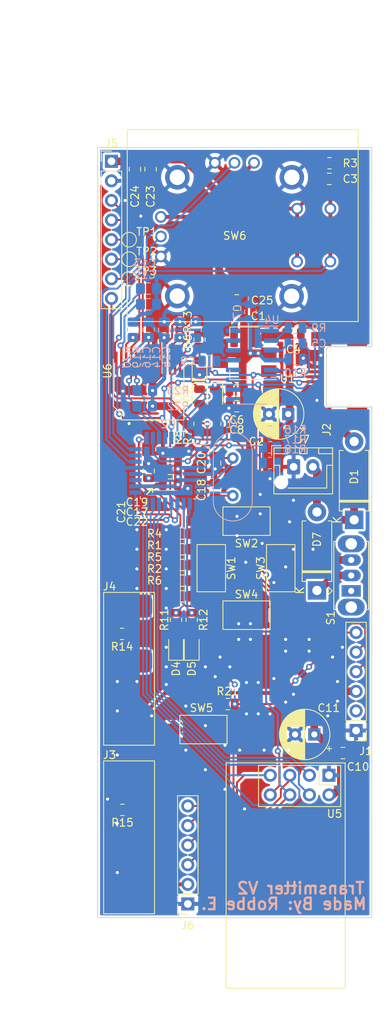
<source format=kicad_pcb>
(kicad_pcb (version 20211014) (generator pcbnew)
  (layers (0 "F.Cu" signal) (31 "B.Cu" signal) (34 "B.Paste" user) (35 "F.Paste" user) (36 "B.SilkS" user "B.Silkscreen") (37 "F.SilkS" user "F.Silkscreen") (38 "B.Mask" user) (39 "F.Mask" user) (44 "Edge.Cuts" user))
  (net 0 "")
  (net 1 "GND")
  (net 2 "+5V")
  (net 3 "+3V3")
  (net 4 "A7")
  (net 5 "Net-(C9-Pad1)")
  (net 6 "RESET")
  (net 7 "Net-(C12-Pad2)")
  (net 8 "Net-(C13-Pad2)")
  (net 9 "Net-(C14-Pad1)")
  (net 10 "Net-(C14-Pad2)")
  (net 11 "Net-(C15-Pad1)")
  (net 12 "Net-(C15-Pad2)")
  (net 13 "XTAL2")
  (net 14 "XTAL1")
  (net 15 "Net-(C21-Pad2)")
  (net 16 "Net-(D1-Pad2)")
  (net 17 "D0")
  (net 18 "Net-(D2-Pad2)")
  (net 19 "D1")
  (net 20 "Net-(D3-Pad2)")
  (net 21 "Net-(D4-Pad2)")
  (net 22 "Net-(D5-Pad2)")
  (net 23 "Net-(D6-Pad2)")
  (net 24 "Net-(D7-Pad1)")
  (net 25 "Net-(D7-Pad2)")
  (net 27 "/D-")
  (net 28 "/D+")
  (net 30 "D8")
  (net 31 "D7")
  (net 32 "A5")
  (net 33 "A4")
  (net 34 "Net-(J5-Pad5)")
  (net 35 "Net-(J5-Pad6)")
  (net 36 "Net-(J5-Pad7)")
  (net 37 "D3")
  (net 38 "Net-(R1-Pad1)")
  (net 39 "A2")
  (net 40 "Net-(R4-Pad1)")
  (net 41 "Net-(R5-Pad1)")
  (net 42 "Net-(R6-Pad1)")
  (net 43 "Net-(R9-Pad1)")
  (net 44 "Net-(R10-Pad1)")
  (net 45 "D6")
  (net 46 "D5")
  (net 47 "Net-(R16-Pad2)")
  (net 48 "A3")
  (net 49 "D4")
  (net 50 "Net-(R20-Pad2)")
  (net 52 "D9")
  (net 53 "D10")
  (net 54 "D11")
  (net 55 "D12")
  (net 56 "D13")
  (net 57 "A6")
  (net 58 "A0")
  (net 59 "A1")
  (net 60 "D2")
  (net 70 "unconnected-(J3-Pad2)")
  (net 71 "unconnected-(J4-Pad2)")
  (footprint "Capacitor_SMD:C_0805_2012Metric_Pad1.18x1.45mm_HandSolder" (layer "F.Cu") (at 131.318 39.6455 90)
    (fp_text reference "C23")
    (fp_text value "10µ")
  )
  (footprint "Button_Switch_SMD:SW_SPST_CK_RS282G05A3" (layer "F.Cu") (at 143.764 97.446 180)
    (fp_text reference "SW4")
    (fp_text value "SW_Push_45deg")
  )
  (footprint "Capacitor_SMD:C_0805_2012Metric" (layer "F.Cu") (at 142.494 58.674 180)
    (fp_text reference "C1")
    (fp_text value "100nF")
  )
  (footprint "KSWE:KSWE 2832" (layer "F.Cu") (at 135.128 66.04 90)
    (fp_text reference "U6")
    (fp_text value "Display")
  )
  (footprint "Capacitor_SMD:C_0805_2012Metric" (layer "F.Cu") (at 133.858 78.486 180)
    (fp_text reference "C17")
    (fp_text value "1µF")
  )
  (footprint "TestPoint:TestPoint_Pad_D1.5mm" (layer "F.Cu") (at 128.524 48.768)
    (fp_text reference "TP1")
    (fp_text value "TestPoint")
  )
  (footprint "Diode_THT:D_DO-15_P10.16mm_Horizontal" (layer "F.Cu") (at 157.734 85.09 90)
    (fp_text reference "D1")
    (fp_text value "D")
  )
  (footprint "Button_Switch_SMD:SW_SPST_CK_RS282G05A3" (layer "F.Cu") (at 139.192 91.35 -90)
    (fp_text reference "SW1")
    (fp_text value "SW_Push_45deg")
  )
  (footprint "Capacitor_SMD:C_0805_2012Metric" (layer "F.Cu") (at 142.494 68.326 180)
    (fp_text reference "C6")
    (fp_text value "100nF")
  )
  (footprint "Resistor_SMD:R_0805_2012Metric" (layer "F.Cu") (at 135.382 88.9 180)
    (fp_text reference "R1")
    (fp_text value "1k")
  )
  (footprint "Resistor_SMD:R_0805_2012Metric" (layer "F.Cu") (at 141.3275 108.966)
    (fp_text reference "R21")
    (fp_text value "R")
  )
  (footprint "joystick:JoyStick" (layer "F.Cu") (at 142.24 48.26)
    (fp_text reference "SW6")
    (fp_text value "Joystick")
  )
  (footprint "LED_SMD:LED_0805_2012Metric" (layer "F.Cu") (at 137.668 69.088 -90)
    (fp_text reference "D3")
    (fp_text value "LED")
  )
  (footprint "Resistor_SMD:R_0805_2012Metric" (layer "F.Cu") (at 136.652 98.044 -90)
    (fp_text reference "R12")
    (fp_text value "1k")
  )
  (footprint "Capacitor_THT:CP_Radial_D6.3mm_P2.50mm" (layer "F.Cu") (at 152.56638 112.903 180)
    (fp_text reference "C11")
    (fp_text value "10µF")
  )
  (footprint "RF_Module:nRF24L01_Breakout" (layer "F.Cu") (at 154.469 118.191 -90)
    (fp_text reference "U5")
    (fp_text value "NRF24L01_Breakout")
  )
  (footprint "TackerSwitch:Tacker" (layer "F.Cu") (at 128.524 118.11)
    (fp_text reference "J4")
    (fp_text value "Conn_01x03")
  )
  (footprint "Capacitor_SMD:C_0805_2012Metric" (layer "F.Cu") (at 154.498 40.894)
    (fp_text reference "C3")
    (fp_text value "10nF")
  )
  (footprint "Capacitor_SMD:C_0805_2012Metric" (layer "F.Cu") (at 156.276 115.316)
    (fp_text reference "C10")
    (fp_text value "1µF")
  )
  (footprint "Capacitor_SMD:C_0805_2012Metric_Pad1.18x1.45mm_HandSolder" (layer "F.Cu") (at 129.286 39.6455 90)
    (fp_text reference "C24")
    (fp_text value "1µ")
  )
  (footprint "Button_Switch_THT:SW_Slide_1P2T_CK_OS102011MS2Q" (layer "F.Cu") (at 157.353 94.297 90)
    (fp_text reference "S1")
    (fp_text value "SWITCH-SPDT-SMD-A")
  )
  (footprint "Button_Switch_SMD:SW_SPST_CK_RS282G05A3" (layer "F.Cu") (at 138.176 112.268)
    (fp_text reference "SW5")
    (fp_text value "SW_Push")
  )
  (footprint "Capacitor_THT:CP_Radial_D6.3mm_P2.50mm" (layer "F.Cu") (at 149.185 71.374 180)
    (fp_text reference "C2")
    (fp_text value "10µF")
  )
  (footprint "Capacitor_SMD:C_0805_2012Metric" (layer "F.Cu") (at 149.86 60.96)
    (fp_text reference "C4")
    (fp_text value "1µF")
  )
  (footprint "Resistor_SMD:R_0805_2012Metric" (layer "F.Cu") (at 127.6585 122.682 180)
    (fp_text reference "R15")
    (fp_text value "10k")
  )
  (footprint "Resistor_SMD:R_0805_2012Metric" (layer "F.Cu") (at 135.382 90.932 180)
    (fp_text reference "R5")
    (fp_text value "4k7")
  )
  (footprint "Capacitor_SMD:C_0805_2012Metric" (layer "F.Cu") (at 142.494 56.642 180)
    (fp_text reference "C25")
    (fp_text value "10µF")
  )
  (footprint "Resistor_SMD:R_0805_2012Metric" (layer "F.Cu") (at 134.62 98.044 -90)
    (fp_text reference "R11")
    (fp_text value "1k")
  )
  (footprint "usb micro B:Connector micro usb B" (layer "F.Cu") (at 157.226 66.548 90)
    (fp_text reference "J2")
    (fp_text value "USB_B_Micro")
    (fp_line (start 4.4 2.8) (end 3.9 2.8) (layer "Edge.Cuts") (width 0.12))
    (fp_line (start -3.5 -3.1) (end 3.5 -3.1) (layer "Edge.Cuts") (width 0.12))
    (fp_line (start -3.9 2.8) (end -4.4 2.8) (layer "Edge.Cuts") (width 0.12))
    (fp_line (start 3.9 -2.7) (end 3.9 2.8) (layer "Edge.Cuts") (width 0.12))
    (fp_line (start -3.9 -2.7) (end -3.9 2.8) (layer "Edge.Cuts") (width 0.12))
    (fp_arc (start -3.9 -2.7) (mid -3.782843 -2.982843) (end -3.5 -3.1) (layer "Edge.Cuts") (width 0.12))
    (fp_arc (start 3.5 -3.1) (mid 3.782843 -2.982843) (end 3.9 -2.7) (layer "Edge.Cuts") (width 0.12))
  )
  (footprint "TackerSwitch:Tacker" (layer "F.Cu") (at 128.524 112.522 180)
    (fp_text reference "J3")
    (fp_text value "Conn_01x03")
  )
  (footprint "Diode_THT:D_DO-15_P10.16mm_Horizontal" (layer "F.Cu") (at 152.908 94.234 90)
    (fp_text reference "D7")
    (fp_text value "D")
  )
  (footprint "LED_SMD:LED_0805_2012Metric" (layer "F.Cu") (at 139.7 69.088 -90)
    (fp_text reference "D2")
    (fp_text value "LED")
  )
  (footprint "Resistor_SMD:R_0805_2012Metric" (layer "F.Cu") (at 137.668 61.722 -90)
    (fp_text reference "R13")
    (fp_text value "1k")
  )
  (footprint "Capacitor_SMD:C_0805_2012Metric" (layer "F.Cu") (at 139.7 81.214 90)
    (fp_text reference "C18")
    (fp_text value "22pF")
  )
  (footprint "Resistor_SMD:R_0805_2012Metric" (layer "F.Cu") (at 137.668 72.644 90)
    (fp_text reference "R8")
    (fp_text value "1k")
  )
  (footprint "Resistor_SMD:R_0805_2012Metric" (layer "F.Cu") (at 135.382 86.868 180)
    (fp_text reference "R4")
    (fp_text value "2k2")
  )
  (footprint "Resistor_SMD:R_0805_2012Metric" (layer "F.Cu") (at 154.5355 38.862)
    (fp_text reference "R3")
    (fp_text value "10k")
  )
  (footprint "Connector_JST:JST_XH_B2B-XH-AM_1x02_P2.50mm_Vertical" (layer "F.Cu") (at 149.88 78.215)
    (fp_text reference "J7")
    (fp_text value "Conn_01x02")
  )
  (footprint "Resistor_SMD:R_0805_2012Metric" (layer "F.Cu") (at 135.382 94.996)
    (fp_text reference "R2")
    (fp_text value "10k")
  )
  (footprint "Capacitor_SMD:C_0805_2012Metric" (layer "F.Cu") (at 133.858 76.454 180)
    (fp_text reference "C19")
    (fp_text value "4.7µF")
  )
  (footprint "Button_Switch_SMD:SW_SPST_CK_RS282G05A3" (layer "F.Cu") (at 143.764 85.254)
    (fp_text reference "SW2")
    (fp_text value "SW_Push_45deg")
  )
  (footprint "Connector_PinSocket_2.54mm:PinSocket_1x06_P2.54mm_Vertical" (layer "F.Cu") (at 136.144 134.874 180)
    (fp_text reference "J6")
    (fp_text value "Conn_01x06")
  )
  (footprint "Capacitor_SMD:C_0805_2012Metric" (layer "F.Cu") (at 142.494 70.358 180)
    (fp_text reference "C8")
    (fp_text value "10µF")
  )
  (footprint "Connector_PinHeader_2.54mm:PinHeader_1x06_P2.54mm_Vertical" (layer "F.Cu") (at 157.988 112.395 180)
    (fp_text reference "J1")
    (fp_text value "Conn_01x06")
  )
  (footprint "Resistor_SMD:R_0805_2012Metric" (layer "F.Cu") (at 135.382 92.964 180)
    (fp_text reference "R6")
    (fp_text value "10k")
  )
  (footprint "TestPoint:TestPoint_Pad_D1.5mm" (layer "F.Cu") (at 128.524 53.848)
    (fp_text reference "TP3")
    (fp_text value "TestPoint")
  )
  (footprint "TestPoint:TestPoint_Pad_D1.5mm" (layer "F.Cu") (at 128.524 51.308)
    (fp_text reference "TP2")
    (fp_text value "TestPoint")
  )
  (footprint "Resistor_SMD:R_0805_2012Metric" (layer "F.Cu") (at 139.7 72.644 90)
    (fp_text reference "R7")
    (fp_text value "1k")
  )
  (footprint "LED_SMD:LED_0805_2012Metric" (layer "F.Cu") (at 137.668 65.3565 90)
    (fp_text reference "D6")
    (fp_text value "LED")
  )
  (footprint "Capacitor_SMD:C_0805_2012Metric" (layer "F.Cu") (at 131.064 78.74 -90)
    (fp_text reference "C21")
    (fp_text value "100nF")
  )
  (footprint "Connector_PinHeader_2.54mm:PinHeader_1x08_P2.54mm_Vertical" (layer "F.Cu") (at 126.238 38.608)
    (fp_text reference "J5")
    (fp_text value "Conn_01x08")
  )
  (footprint "Resistor_SMD:R_0805_2012Metric" (layer "F.Cu") (at 127.6115 99.8728 180)
    (fp_text reference "R14")
    (fp_text value "10k")
  )
  (footprint "Capacitor_SMD:C_0805_2012Metric" (layer "F.Cu") (at 139.7 77.724 -90)
    (fp_text reference "C20")
    (fp_text value "22pF")
  )
  (footprint "Button_Switch_SMD:SW_SPST_CK_RS282G05A3" (layer "F.Cu") (at 148.209 91.35 90)
    (fp_text reference "SW3")
    (fp_text value "SW_Push_45deg")
  )
  (footprint "Capacitor_SMD:C_0805_2012Metric" (layer "F.Cu") (at 133.858 80.518 180)
    (fp_text reference "C22")
    (fp_text value "1µF")
  )
  (footprint "LED_SMD:LED_0805_2012Metric" (layer "F.Cu") (at 134.62 101.6 90)
    (fp_text reference "D4")
    (fp_text value "LED")
  )
  (footprint "LED_SMD:LED_0805_2012Metric" (layer "F.Cu") (at 136.652 101.6 90)
    (fp_text reference "D5")
    (fp_text value "LED")
  )
  (footprint "Package_TO_SOT_SMD:SOT-223-3_TabPin2" (layer "F.Cu") (at 143.51 63.5 180)
    (fp_text reference "U1")
    (fp_text value "AMS1117-3.3")
  )
  (footprint "Capacitor_SMD:C_0805_2012Metric_Pad1.18x1.45mm_HandSolder" (layer "B.Cu") (at 131.0425 55.118 180)
    (fp_text reference "C13")
    (fp_text value "2u2")
  )
  (footprint "Crystal:Crystal_HC49-4H_Vertical" (layer "B.Cu") (at 141.986 81.952 90)
    (fp_text reference "Y1")
    (fp_text value "8MHz")
  )
  (footprint "Capacitor_SMD:C_0805_2012Metric_Pad1.18x1.45mm_HandSolder" (layer "B.Cu") (at 131.0425 57.15 180)
    (fp_text reference "C12")
    (fp_text value "4u7")
  )
  (footprint "Capacitor_SMD:C_0805_2012Metric" (layer "B.Cu") (at 144.272 58.1 -90)
    (fp_text reference "C7")
    (fp_text value "0.1µ")
  )
  (footprint "Resistor_SMD:R_0805_2012Metric" (layer "B.Cu") (at 150.114 62.23)
    (fp_text reference "R10")
    (fp_text value "1k")
  )
  (footprint "Resistor_SMD:R_0805_2012Metric" (layer "B.Cu") (at 146.812 77.724)
    (fp_text reference "R18")
    (fp_text value "100k")
  )
  (footprint "Resistor_SMD:R_0805_2012Metric" (layer "B.Cu") (at 146.812 75.692 180)
    (fp_text reference "R17")
    (fp_text value "100k")
  )
  (footprint "Resistor_SMD:R_0805_2012Metric" (layer "B.Cu") (at 150.114 60.198)
    (fp_text reference "R9")
    (fp_text value "1k")
  )
  (footprint "Capacitor_SMD:C_0805_2012Metric_Pad1.18x1.45mm_HandSolder" (layer "B.Cu") (at 133.096 60.452 -90)
    (fp_text reference "C16")
    (fp_text value "1µ")
  )
  (footprint "Resistor_SMD:R_0805_2012Metric_Pad1.20x1.40mm_HandSolder" (layer "B.Cu") (at 131.064 60.436 -90)
    (fp_text reference "R19")
    (fp_text value "10k")
  )
  (footprint "Capacitor_SMD:C_0805_2012Metric" (layer "B.Cu") (at 150.114 64.262 180)
    (fp_text reference "C5")
    (fp_text value "0.1µ")
  )
  (footprint "Resistor_SMD:R_0805_2012Metric_Pad1.20x1.40mm_HandSolder" (layer "B.Cu") (at 130.556 70.358)
    (fp_text reference "R22")
    (fp_text value "2k2")
  )
  (footprint "Capacitor_SMD:C_0805_2012Metric_Pad1.18x1.45mm_HandSolder" (layer "B.Cu") (at 135.128 60.452 -90)
    (fp_text reference "C14")
    (fp_text value "1µ")
  )
  (footprint "Capacitor_SMD:C_0805_2012Metric_Pad1.18x1.45mm_HandSolder" (layer "B.Cu") (at 137.16 60.452 -90)
    (fp_text reference "C15")
    (fp_text value "1µ")
  )
  (footprint "Resistor_SMD:R_0805_2012Metric_Pad1.20x1.40mm_HandSolder" (layer "B.Cu") (at 129.032 60.452 -90)
    (fp_text reference "R20")
    (fp_text value "390k")
  )
  (footprint "Resistor_SMD:R_0805_2012Metric" (layer "B.Cu") (at 146.812 73.66 180)
    (fp_text reference "R16")
    (fp_text value "100k")
  )
  (footprint "Package_QFP:TQFP-32_7x7mm_P0.8mm" (layer "B.Cu") (at 133.604 78.74 180)
    (fp_text reference "U2")
    (fp_text value "ATmega328-A")
  )
  (footprint "Package_SO:SOIC-16_3.9x9.9mm_P1.27mm" (layer "B.Cu") (at 144.526 65.024 180)
    (fp_text reference "U4")
    (fp_text value "CH340C")
  )
  (footprint "Resistor_SMD:R_0805_2012Metric_Pad1.20x1.40mm_HandSolder" (layer "B.Cu") (at 130.572 68.326)
    (fp_text reference "R23")
    (fp_text value "2k2")
  )
  (footprint "Capacitor_SMD:C_0805_2012Metric" (layer "B.Cu") (at 138.938 64.516 180)
    (fp_text reference "C9")
    (fp_text value "100nF")
  )
  (gr_line (start 131.572 81.026) (end 131.572 81.534) (layer "F.SilkS") (width 0.15))
  (gr_line (start 131.318 81.026) (end 131.572 81.026) (layer "F.SilkS") (width 0.15))
  (gr_line (start 131.572 81.026) (end 131.318 81.026) (layer "F.SilkS") (width 0.15))
  (gr_line (start 131.318 81.026) (end 131.064 81.026) (layer "F.SilkS") (width 0.15))
  (gr_line (start 130.81 81.788) (end 131.572 81.026) (layer "F.SilkS") (width 0.15))
  (gr_line (start 124.46 36.83) (end 160.02 36.83) (layer "Edge.Cuts") (width 0.1))
  (gr_line (start 160.026 62.148) (end 160.02 36.83) (layer "Edge.Cuts") (width 0.1))
  (gr_line (start 160.02 136.652) (end 124.46 136.652) (layer "Edge.Cuts") (width 0.1))
  (gr_line (start 124.46 36.83) (end 124.46 136.652) (layer "Edge.Cuts") (width 0.1))
  (gr_line (start 160.026 70.948) (end 160.02 136.652) (layer "Edge.Cuts") (width 0.1))
  (gr_text "Made By: Robbe E." (at 159.512 134.874) (layer "B.SilkS") (effects (font (size 1.5 1.5) (thickness 0.3)) (justify left mirror)))
  (gr_text "Transmitter V2" (at 159.258 132.842) (layer "B.SilkS") (effects (font (size 1.5 1.5) (thickness 0.3)) (justify left mirror)))
  (segment (start 132.212 77.79) (end 132.908 78.486) (width 1) (layer "F.Cu") (net 1))
  (segment (start 152.576 65.248) (end 152.243 65.248) (width 0.5) (layer "F.Cu") (net 1))
  (segment (start 152.243 65.248) (end 151.13 64.135) (width 0.5) (layer "F.Cu") (net 1))
  (segment (start 132.08 59.944) (end 132.6095 59.4145) (width 0.25) (layer "F.Cu") (net 1))
  (segment (start 132.08 62.484) (end 132.08 59.944) (width 0.25) (layer "F.Cu") (net 1))
  (segment (start 131.318 64.77) (end 131.318 63.246) (width 0.25) (layer "F.Cu") (net 1))
  (segment (start 152.4 64.135) (end 152.4 64.008) (width 0.25) (layer "F.Cu") (net 1))
  (segment (start 152.654 63.754) (end 153.416 63.754) (width 0.25) (layer "F.Cu") (net 1))
  (segment (start 131.064 77.79) (end 132.212 77.79) (width 1) (layer "F.Cu") (net 1))
  (segment (start 152.576 64.311) (end 152.4 64.135) (width 0.5) (layer "F.Cu") (net 1))
  (segment (start 152.576 65.248) (end 152.576 64.311) (width 0.5) (layer "F.Cu") (net 1))
  (segment (start 132.6095 59.4145) (end 133.096 59.4145) (width 0.25) (layer "F.Cu") (net 1))
  (segment (start 132.908 76.454) (end 132.908 78.486) (width 1) (layer "F.Cu") (net 1))
  (segment (start 131.318 63.246) (end 132.08 62.484) (width 0.25) (layer "F.Cu") (net 1))
  (segment (start 152.4 64.008) (end 152.654 63.754) (width 0.25) (layer "F.Cu") (net 1))
  (via (at 127 124.46) (size 0.8) (drill 0.4) (layers "F.Cu" "B.Cu") (net 1))
  (via (at 133.35 88.9) (size 0.8) (drill 0.4) (layers "F.Cu" "B.Cu") (net 1))
  (via (at 147.32 93.218) (size 0.8) (drill 0.4) (layers "F.Cu" "B.Cu") (net 1))
  (via (at 151.892 102.108) (size 0.8) (drill 0.4) (layers "F.Cu" "B.Cu") (net 1))
  (via (at 149.352 85.344) (size 0.8) (drill 0.4) (layers "F.Cu" "B.Cu") (net 1))
  (via (at 146.807701 110.240299) (size 0.8) (drill 0.4) (layers "F.Cu" "B.Cu") (net 1))
  (via (at 146.05 114.935) (size 0.8) (drill 0.4) (layers "F.Cu" "B.Cu") (net 1))
  (via (at 140.335 102.87) (size 0.8) (drill 0.4) (layers "F.Cu" "B.Cu") (net 1))
  (via (at 142.748 98.552) (size 0.8) (drill 0.4) (layers "F.Cu" "B.Cu") (net 1))
  (via (at 153.416 63.754) (size 0.8) (drill 0.4) (layers "F.Cu" "B.Cu") (net 1))
  (via (at 141.478 70.612) (size 0.8) (drill 0.4) (layers "F.Cu" "B.Cu") (net 1))
  (via (at 145.796 88.138) (size 0.8) (drill 0.4) (layers "F.Cu" "B.Cu") (net 1))
  (via (at 147.32 105.664) (size 0.8) (drill 0.4) (layers "F.Cu" "B.Cu") (net 1))
  (via (at 133.35 106.426) (size 0.8) (drill 0.4) (layers "F.Cu" "B.Cu") (net 1))
  (via (at 133.35 96.52) (size 0.8) (drill 0.4) (layers "F.Cu" "B.Cu") (net 1))
  (via (at 133.35 93.98) (size 0.8) (drill 0.4) (layers "F.Cu" "B.Cu") (net 1))
  (via (at 144.272 100.584) (size 0.8) (drill 0.4) (layers "F.Cu" "B.Cu") (net 1))
  (via (at 133.35 91.44) (size 0.8) (drill 0.4) (layers "F.Cu" "B.Cu") (net 1))
  (via (at 155.575 106.045) (size 0.8) (drill 0.4) (layers "F.Cu" "B.Cu") (net 1))
  (via (at 148.844 108.712) (size 0.8) (drill 0.4) (layers "F.Cu" "B.Cu") (net 1))
  (via (at 154.305 110.49) (size 0.8) (drill 0.4) (layers "F.Cu" "B.Cu") (net 1))
  (via (at 149.86 88.9) (size 0.8) (drill 0.4) (layers "F.Cu" "B.Cu") (net 1))
  (via (at 131.445 110.49) (size 0.8) (drill 0.4) (layers "F.Cu" "B.Cu") (net 1))
  (via (at 142.5315 87.128079) (size 0.8) (drill 0.4) (layers "F.Cu" "B.Cu") (net 1))
  (via (at 129.54 93.98) (size 0.8) (drill 0.4) (layers "F.Cu" "B.Cu") (net 1))
  (via (at 133.35 86.36) (size 0.8) (drill 0.4) (layers "F.Cu" "B.Cu") (net 1))
  (via (at 143.51 122.555) (size 0.8) (drill 0.4) (layers "F.Cu" "B.Cu") (net 1))
  (via (at 138.43 111.76) (size 0.8) (drill 0.4) (layers "F.Cu" "B.Cu") (net 1))
  (via (at 139.7 105.41) (size 0.8) (drill 0.4) (layers "F.Cu" "B.Cu") (net 1))
  (via (at 138.43 117.475) (size 0.8) (drill 0.4) (layers "F.Cu" "B.Cu") (net 1))
  (via (at 156.21 101.6) (size 0.8) (drill 0.4) (layers "F.Cu" "B.Cu") (net 1))
  (via (at 133.096 59.4145) (size 0.8) (drill 0.4) (layers "F.Cu" "B.Cu") (net 1))
  (via (at 131.064 77.79) (size 0.8) (drill 0.4) (layers "F.Cu" "B.Cu") (net 1))
  (via (at 133.35 101.6) (size 0.8) (drill 0.4) (layers "F.Cu" "B.Cu") (net 1))
  (via (at 143.764 110.236) (size 0.8) (drill 0.4) (layers "F.Cu" "B.Cu") (net 1))
  (via (at 151.13 64.135) (size 0.8) (drill 0.4) (layers "F.Cu" "B.Cu") (net 1))
  (via (at 142.875 114.935) (size 0.8) (drill 0.4) (layers "F.Cu" "B.Cu") (net 1))
  (via (at 128.016 43.688) (size 0.8) (drill 0.4) (layers "F.Cu" "B.Cu") (net 1))
  (via (at 128.524 72.6065) (size 0.8) (drill 0.4) (layers "F.Cu" "B.Cu") (net 1))
  (via (at 140.97 120.015) (size 0.8) (drill 0.4) (layers "F.Cu" "B.Cu") (net 1))
  (via (at 135.89 114.935) (size 0.8) (drill 0.4) (layers "F.Cu" "B.Cu") (net 1))
  (via (at 140.97 114.3) (size 0.8) (drill 0.4) (layers "F.Cu" "B.Cu") (net 1))
  (via (at 154.930405 102.868824) (size 0.8) (drill 0.4) (layers "F.Cu" "B.Cu") (net 1))
  (via (at 127 115.57) (size 0.8) (drill 0.4) (layers "F.Cu" "B.Cu") (net 1))
  (via (at 130.048 45.72) (size 0.8) (drill 0.4) (layers "F.Cu" "B.Cu") (net 1))
  (via (at 149.86 107.696) (size 0.8) (drill 0.4) (layers "F.Cu" "B.Cu") (net 1))
  (via (at 137.668 66.294) (size 0.8) (drill 0.4) (layers "F.Cu" "B.Cu") (net 1))
  (via (at 148.844 91.186) (size 0.8) (drill 0.4) (layers "F.Cu" "B.Cu") (net 1))
  (via (at 133.35 104.14) (size 0.8) (drill 0.4) (layers "F.Cu" "B.Cu") (net 1))
  (via (at 142.5315 84.633595) (size 0.8) (drill 0.4) (layers "F.Cu" "B.Cu") (net 1))
  (via (at 129.54 86.36) (size 0.8) (drill 0.4) (layers "F.Cu" "B.Cu") (net 1))
  (via (at 129.54 88.9) (size 0.8) (drill 0.4) (layers "F.Cu" "B.Cu") (net 1))
  (via (at 152.908 69.596) (size 0.8) (drill 0.4) (layers "F.Cu" "B.Cu") (net 1))
  (via (at 149.86 82.55) (size 0.8) (drill 0.4) (layers "F.Cu" "B.Cu") (net 1))
  (via (at 152.4 88.9) (size 0.8) (drill 0.4) (layers "F.Cu" "B.Cu") (net 1))
  (via (at 136.271 76.2) (size 0.8) (drill 0.4) (layers "F.Cu" "B.Cu") (net 1))
  (via (at 125.73 121.285) (size 0.8) (drill 0.4) (layers "F.Cu" "B.Cu") (net 1))
  (via (at 135.89 109.22) (size 0.8) (drill 0.4) (layers "F.Cu" "B.Cu") (net 1))
  (via (at 127 130.81) (size 0.8) (drill 0.4) (layers "F.Cu" "B.Cu") (net 1))
  (via (at 143.764 106.172) (size 0.8) (drill 0.4) (layers "F.Cu" "B.Cu") (net 1))
  (via (at 138.43 104.14) (size 0.8) (drill 0.4) (layers "F.Cu" "B.Cu") (net 1))
  (via (at 149.225 114.935) (size 0.8) (drill 0.4) (layers "F.Cu" "B.Cu") (net 1))
  (via (at 129.54 106.045) (size 0.8) (drill 0.4) (layers "F.Cu" "B.Cu") (net 1))
  (via (at 143.667704 90.590302) (size 0.8) (drill 0.4) (layers "F.Cu" "B.Cu") (net 1))
  (via (at 127 106.045) (size 0.8) (drill 0.4) (layers "F.Cu" "B.Cu") (net 1))
  (via (at 146.812 79.756) (size 0.8) (drill 0.4) (layers "F.Cu" "B.Cu") (net 1))
  (via (at 145.542 81.788) (size 0.8) (drill 0.4) (layers "F.Cu" "B.Cu") (net 1))
  (via (at 155.575 108.585) (size 0.8) (drill 0.4) (layers "F.Cu" "B.Cu") (net 1))
  (via (at 141.605 104.14) (size 0.8) (drill 0.4) (layers "F.Cu" "B.Cu") (net 1))
  (via (at 139.7 78.486) (size 0.8) (drill 0.4) (layers "F.Cu" "B.Cu") (net 1))
  (via (at 127 109.855) (size 0.8) (drill 0.4) (layers "F.Cu" "B.Cu") (net 1))
  (via (at 148.844 102.108) (size 0.8) (drill 0.4) (layers "F.Cu" "B.Cu") (net 1))
  (via (at 136.144 81.026) (size 0.8) (drill 0.4) (layers "F.Cu" "B.Cu") (net 1))
  (via (at 145.288 106.172) (size 0.8) (drill 0.4) (layers "F.Cu" "B.Cu") (net 1))
  (via (at 127.7245 68.3993) (size 0.8) (drill 0.4) (layers "F.Cu" "B.Cu") (net 1))
  (via (at 144.272 98.552) (size 0.8) (drill 0.4) (layers "F.Cu" "B.Cu") (net 1))
  (via (at 132.908 76.454) (size 0.8) (drill 0.4) (layers "F.Cu" "B.Cu") (net 1))
  (via (at 148.844 100.584) (size 0.8) (drill 0.4) (layers "F.Cu" "B.Cu") (net 1))
  (via (at 145.542 84.311637) (size 0.8) (drill 0.4) (layers "F.Cu" "B.Cu") (net 1))
  (via (at 142.748 100.584) (size 0.8) (drill 0.4) (layers "F.Cu" "B.Cu") (net 1))
  (via (at 145.288 110.236) (size 0.8) (drill 0.4) (layers "F.Cu" "B.Cu") (net 1))
  (via (at 151.892 100.584) (size 0.8) (drill 0.4) (layers "F.Cu" "B.Cu") (net 1))
  (via (at 129.54 91.44) (size 0.8) (drill 0.4) (layers "F.Cu" "B.Cu") (net 1))
  (segment (start 130.514 78.34) (end 131.064 77.79) (width 0.5) (layer "B.Cu") (net 1))
  (segment (start 130.09752 58.38648) (end 131.064 58.38648) (width 0.5) (layer "B.Cu") (net 1))
  (segment (start 129.032 59.452) (end 130.09752 58.38648) (width 0.5) (layer "B.Cu") (net 1))
  (segment (start 131.064 58.38648) (end 132.08 57.37048) (width 0.5) (layer "B.Cu") (net 1))
  (segment (start 129.354 78.34) (end 130.514 78.34) (width 0.5) (layer "B.Cu") (net 1))
  (segment (start 132.08 57.37048) (end 132.08 57.15) (width 0.5) (layer "B.Cu") (net 1))
  (segment (start 154.432 88.9) (end 154.432 86.487) (width 1) (layer "F.Cu") (net 2))
  (segment (start 149.352 61.402) (end 148.91 60.96) (width 1) (layer "F.Cu") (net 2))
  (segment (start 154.7695 75.1405) (end 150.2845 75.1405) (width 1) (layer "F.Cu") (net 2))
  (segment (start 148.67 61.2) (end 148.91 60.96) (width 1) (layer "F.Cu") (net 2))
  (segment (start 157.353 90.297) (end 155.829 90.297) (width 1) (layer "F.Cu") (net 2))
  (segment (start 157.734 85.09) (end 157.734 78.105) (width 1) (layer "F.Cu") (net 2))
  (segment (start 155.829 90.297) (end 154.432 88.9) (width 1) (layer "F.Cu") (net 2))
  (segment (start 154.432 86.487) (end 155.829 85.09) (width 1) (layer "F.Cu") (net 2))
  (segment (start 155.829 85.09) (end 157.734 85.09) (width 1) (layer "F.Cu") (net 2))
  (segment (start 149.352 74.208) (end 149.352 61.402) (width 1) (layer "F.Cu") (net 2))
  (segment (start 150.2845 75.1405) (end 149.352 74.208) (width 1) (layer "F.Cu") (net 2))
  (segment (start 157.734 78.105) (end 154.7695 75.1405) (width 1) (layer "F.Cu") (net 2))
  (segment (start 146.66 61.2) (end 148.67 61.2) (width 1) (layer "F.Cu") (net 2))
  (segment (start 147.7245 73.66) (end 149.185 72.1995) (width 0.25) (layer "B.Cu") (net 2))
  (segment (start 149.185 72.1995) (end 149.185 71.374) (width 0.25) (layer "B.Cu") (net 2))
  (segment (start 153.289 107.315) (end 152.56638 106.59238) (width 1) (layer "F.Cu") (net 3))
  (segment (start 132.588 66.548) (end 132.08 67.056) (width 0.25) (layer "F.Cu") (net 3))
  (segment (start 152.56638 112.903) (end 152.913 112.903) (width 1) (layer "F.Cu") (net 3))
  (segment (start 150.05918 94.029146) (end 144.2212 88.191166) (width 1) (layer "F.Cu") (net 3))
  (segment (start 144.7432 38.808) (end 141.1786 42.3726) (width 0.5) (layer "F.Cu") (net 3))
  (segment (start 143.444 68.326) (end 143.444 70.358) (width 1) (layer "F.Cu") (net 3))
  (segment (start 131.661854 67.31) (end 132.588 66.383854) (width 0.5) (layer "F.Cu") (net 3))
  (segment (start 132.588 66.548) (end 132.588 64.77) (width 0.25) (layer "F.Cu") (net 3))
  (segment (start 141.10443 73.5565) (end 139.7 73.5565) (width 1) (layer "F.Cu") (net 3))
  (segment (start 140.208 44.958) (end 140.208 45.974) (width 1) (layer "F.Cu") (net 3))
  (segment (start 143.444 56.642) (end 143.444 56.322) (width 1) (layer "F.Cu") (net 3))
  (segment (start 153.548 41.5348) (end 150.3312 44.7516) (width 0.5) (layer "F.Cu") (net 3))
  (segment (start 147.232489 107.529511) (end 150.368 104.394) (width 0.5) (layer "F.Cu") (net 3))
  (segment (start 139.3476 45.8184) (end 140.208 44.958) (width 0.5) (layer "F.Cu") (net 3))
  (segment (start 144.394 63.5) (end 144.526 63.5) (width 1) (layer "F.Cu") (net 3))
  (segment (start 154.986 120.731) (end 154.469 120.731) (width 1) (layer "F.Cu") (net 3))
  (segment (start 140.208 42.857199) (end 140.208 43.688) (width 1) (layer "F.Cu") (net 3))
  (segment (start 140.882489 107.529511) (end 147.232489 107.529511) (width 0.5) (layer "F.Cu") (net 3))
  (segment (start 133.604 123.19) (end 133.604 131.826) (width 0.5) (layer "F.Cu") (net 3))
  (segment (start 139.2904 45.8184) (end 140.208 46.736) (width 0.5) (layer "F.Cu") (net 3))
  (segment (start 152.56638 108.11638) (end 152.56638 112.903) (width 1) (layer "F.Cu") (net 3))
  (segment (start 134.874 80.518) (end 134.874 75.692) (width 1) (layer "F.Cu") (net 3))
  (segment (start 140.415 107.997) (end 140.882489 107.529511) (width 0.5) (layer "F.Cu") (net 3))
  (segment (start 135.73889 38.388089) (end 139.8614 42.5106) (width 1) (layer "F.Cu") (net 3))
  (segment (start 136.8025 73.5565) (end 137.668 73.5565) (width 1) (layer "F.Cu") (net 3))
  (segment (start 128.524 118.11) (end 133.604 123.19) (width 0.5) (layer "F.Cu") (net 3))
  (segment (start 150.368 99.568) (end 150.05918 99.25918) (width 1) (layer "F.Cu") (net 3))
  (segment (start 137.6695 60.8095) (end 140.36 63.5) (width 0.25) (layer "F.Cu") (net 3))
  (segment (start 134.112 132.334) (end 136.144 132.334) (width 0.5) (layer "F.Cu") (net 3))
  (segment (start 140.4144 44.7516) (end 140.208 44.958) (width 0.5) (layer "F.Cu") (net 3))
  (segment (start 153.543 107.315) (end 153.289 107.315) (width 1) (layer "F.Cu") (net 3))
  (segment (start 141.2716 44.7516) (end 140.208 43.688) (width 0.5) (layer "F.Cu") (net 3))
  (segment (start 139.0936 45.8184) (end 139.3476 45.8184) (width 0.5) (layer "F.Cu") (net 3))
  (segment (start 156.018511 116.008511) (end 156.018511 119.698489) (width 1) (layer "F.Cu") (net 3))
  (segment (start 144.2212 88.191166) (end 144.2212 86.8172) (width 1) (layer "F.Cu") (net 3))
  (segment (start 150.368 104.394) (end 152.56638 106.59238) (width 1) (layer "F.Cu") (net 3))
  (segment (start 139.866489 107.529511) (end 140.374489 107.529511) (width 0.5) (layer "F.Cu") (net 3))
  (segment (start 156.018511 119.698489) (end 154.986 120.731) (width 1) (layer "F.Cu") (net 3))
  (segment (start 133.604 131.826) (end 134.112 132.334) (width 0.5) (layer "F.Cu") (net 3))
  (segment (start 142.494 63.5) (end 140.36 63.5) (width 1) (layer "F.Cu") (net 3))
  (segment (start 136.806037 73.759963) (end 139.496537 73.759963) (width 1) (layer "F.Cu") (net 3))
  (segment (start 140.208 46.736) (end 140.208 53.086) (width 1) (layer "F.Cu") (net 3))
  (segment (start 128.524 118.11) (end 128.524 112.522) (width 0.5) (layer "F.Cu") (net 3))
  (segment (start 145.288 63.5) (end 144.526 63.5) (width 1) (layer "F.Cu") (net 3))
  (segment (start 132.588 61.967402) (end 133.080951 61.474451) (width 0.25) (layer "F.Cu") (net 3))
  (segment (start 143.444 64.45) (end 144.394 63.5) (width 1) (layer "F.Cu") (net 3))
  (segment (start 152.913 112.903) (end 155.326 115.316) (width 1) (layer "F.Cu") (net 3))
  (segment (start 131.572 68.326) (end 131.572 67.31) (width 1) (layer "F.Cu") (net 3))
  (segment (start 141.9384 44.7516) (end 141.1192 44.7516) (width 0.5) (layer "F.Cu") (net 3))
  (segment (start 152.56638 106.59238) (end 152.56638 107.27562) (width 1) (layer "F.Cu") (net 3))
  (segment (start 152.74162 108.11638) (end 152.56638 108.11638) (width 1) (layer "F.Cu") (net 3))
  (segment (start 140.415 107.997) (end 140.333978 107.997) (width 0.5) (layer "F.Cu") (net 3))
  (segment (start 140.415 108.966) (end 140.415 107.997) (width 0.5) (layer "F.Cu") (net 3))
  (segment (start 140.415 107.997) (end 140.415 107.570022) (width 0.5) (layer "F.Cu") (net 3))
  (segment (start 139.9774 42.6266) (end 139.8614 42.5106) (width 0.5) (layer "F.Cu") (net 3))
  (segment (start 130.683 66.421) (end 130.683 66.167) (width 0.5) (layer "F.Cu") (net 3))
  (segment (start 132.588 64.77) (end 132.588 61.967402) (width 0.25) (layer "F.Cu") (net 3))
  (segment (start 128.524 112.209609) (end 133.204098 107.529511) (width 0.5) (layer "F.Cu") (net 3))
  (segment (start 134.874 75.692) (end 136.806037 73.759963) (width 1) (layer "F.Cu") (net 3))
  (segment (start 131.537911 38.388089) (end 135.73889 38.388089) (width 1) (layer "F.Cu") (net 3))
  (segment (start 144.526 63.5) (end 144.272 63.5) (width 1) (layer "F.Cu") (net 3))
  (segment (start 139.8614 42.5106) (end 140.208 42.857199) (width 1) (layer "F.Cu") (net 3))
  (segment (start 143.444 58.674) (end 143.444 56.642) (width 1) (layer "F.Cu") (net 3))
  (segment (start 143.444 71.21693) (end 141.10443 73.5565) (width 1) (layer "F.Cu") (net 3))
  (segment (start 130.683 64.77) (end 130.683 66.167) (width 0.25) (layer "F.Cu") (net 3))
  (segment (start 132.588 66.383854) (end 132.588 66.294) (width 0.5) (layer "F.Cu") (net 3))
  (segment (start 140.9246 42.6266) (end 139.9774 42.6266) (width 0.5) (layer "F.Cu") (net 3))
  (segment (start 131.318 38.608) (end 131.537911 38.388089) (width 1) (layer "F.Cu") (net 3))
  (segment (start 139.192 95.25) (end 139.192 96.774) (width 0.25) (layer "F.Cu") (net 3))
  (segment (start 143.444 70.358) (end 143.444 71.21693) (width 1) (layer "F.Cu") (net 3))
  (segment (start 148.209 87.45) (end 147.5762 86.8172) (width 0.25) (layer "F.Cu") (net 3))
  (segment (start 139.864 97.446) (end 141.986 99.568) (width 0.25) (layer "F.Cu") (net 3))
  (segment (start 141.1192 44.7516) (end 140.0524 45.8184) (width 0.5) (layer "F.Cu") (net 3))
  (segment (start 140.208 43.3432) (end 140.208 43.688) (width 0.5) (layer "F.Cu") (net 3))
  (segment (start 147.664 85.254) (end 147.664 86.905) (width 0.25) (layer "F.Cu") (net 3))
  (segment (start 150.05918 99.25918) (end 150.05918 94.029146) (width 1) (layer "F.Cu") (net 3))
  (segment (start 136.639031 73.393031) (end 136.8025 73.5565) (width 1) (layer "F.Cu") (net 3))
  (segment (start 132.6528 45.8184) (end 139.0936 45.8184) (width 0.5) (layer "F.Cu") (net 3))
  (segment (start 126.238 38.608) (end 131.318 38.608) (width 1) (layer "F.Cu") (net 3))
  (segment (start 136.638504 73.393031) (end 136.639031 73.393031) (width 1) (layer "F.Cu") (net 3))
  (segment (start 152.56638 107.27562) (end 152.60576 107.315) (width 1) (layer "F.Cu") (net 3))
  (segment (start 144.2212 86.8172) (end 144.2212 71.1352) (width 1) (layer "F.Cu") (net 3))
  (segment (start 139.192 96.774) (end 139.864 97.446) (width 0.25) (layer "F.Cu") (net 3))
  (segment (start 152.60576 107.315) (end 153.543 107.315) (width 1) (layer "F.Cu") (net 3))
  (segment (start 143.263619 68.145619) (end 143.263619 64.630381) (width 1) (layer "F.Cu") (net 3))
  (segment (start 131.572 67.31) (end 130.683 66.421) (width 0.5) (layer "F.Cu") (net 3))
  (segment (start 140.374489 107.529511) (end 140.882489 107.529511) (width 0.5) (layer "F.Cu") (net 3))
  (segment (start 150.3312 44.7516) (end 141.9384 44.7516) (width 0.5) (layer "F.Cu") (net 3))
  (segment (start 139.496537 73.759963) (end 139.7 73.5565) (width 1) (layer "F.Cu") (net 3))
  (segment (start 140.208 45.974) (end 140.208 46.736) (width 1) (layer "F.Cu") (net 3))
  (segment (start 140.415 107.570022) (end 140.374489 107.529511) (width 0.5) (layer "F.Cu") (net 3))
  (segment (start 141.1786 42.3726) (end 140.208 43.3432) (width 0.5) (layer "F.Cu") (net 3))
  (segment (start 143.263619 64.630381) (end 143.444 64.45) (width 1) (layer "F.Cu") (net 3))
  (segment (start 150.3312 51.6096) (end 150.3312 44.7516) (width 0.5) (layer "F.Cu") (net 3))
  (segment (start 139.0936 45.8184) (end 140.0524 45.8184) (width 0.5) (layer "F.Cu") (net 3))
  (segment (start 144.272 63.5) (end 142.494 63.5) (width 1) (layer "F.Cu") (net 3))
  (segment (start 153.543 107.315) (end 152.74162 108.11638) (width 1) (layer "F.Cu") (net 3))
  (segment (start 147.664 86.905) (end 148.209 87.45) (width 0.25) (layer "F.Cu") (net 3))
  (segment (start 133.204098 107.529511) (end 139.866489 107.529511) (width 0.5) (layer "F.Cu") (net 3))
  (segment (start 141.9384 44.7516) (end 141.2716 44.7516) (width 0.5) (layer "F.Cu") (net 3))
  (segment (start 150.368 99.568) (end 150.368 104.394) (width 1) (layer "F.Cu") (net 3))
  (segment (start 131.572 67.31) (end 131.661854 67.31) (width 0.5) (layer "F.Cu") (net 3))
  (segment (start 140.0524 45.8184) (end 140.208 45.974) (width 0.5) (layer "F.Cu") (net 3))
  (segment (start 141.986 99.568) (end 150.368 99.568) (width 0.25) (layer "F.Cu") (net 3))
  (segment (start 143.444 64.45) (end 142.494 63.5) (width 1) (layer "F.Cu") (net 3))
  (segment (start 143.444 56.322) (end 140.208 53.086) (width 1) (layer "F.Cu") (net 3))
  (segment (start 140.333978 107.997) (end 139.866489 107.529511) (width 0.5) (layer "F.Cu") (net 3))
  (segment (start 153.543 107.315) (end 157.988 107.315) (width 1) (layer "F.Cu") (net 3))
  (segment (start 143.444 68.326) (end 143.263619 68.145619) (width 1) (layer "F.Cu") (net 3))
  (segment (start 141.2716 44.7516) (end 140.4144 44.7516) (width 0.5) (layer "F.Cu") (net 3))
  (segment (start 139.0936 45.8184) (end 139.2904 45.8184) (width 0.5) (layer "F.Cu") (net 3))
  (segment (start 153.548 40.894) (end 153.548 41.5348) (width 0.5) (layer "F.Cu") (net 3))
  (segment (start 143.444 64.45) (end 143.444 58.674) (width 1) (layer "F.Cu") (net 3))
  (segment (start 147.5762 86.8172) (end 144.2212 86.8172) (width 0.25) (layer "F.Cu") (net 3))
  (segment (start 141.1786 42.3726) (end 140.9246 42.6266) (width 0.5) (layer "F.Cu") (net 3))
  (segment (start 133.587473 70.342) (end 136.638504 73.393031) (width 1) (layer "F.Cu") (net 3))
  (segment (start 140.208 43.688) (end 140.208 44.958) (width 1) (layer "F.Cu") (net 3))
  (segment (start 155.326 115.316) (end 156.018511 116.008511) (width 1) (layer "F.Cu") (net 3))
  (segment (start 144.2212 71.1352) (end 143.444 70.358) (width 1) (layer "F.Cu") (net 3))
  (segment (start 140.694001 42.857199) (end 140.208 42.857199) (width 0.5) (layer "F.Cu") (net 3))
  (segment (start 131.572 70.342) (end 133.587473 70.342) (width 1) (layer "F.Cu") (net 3))
  (segment (start 152.56638 107.27562) (end 152.56638 108.11638) (width 1) (layer "F.Cu") (net 3))
  (segment (start 140.9246 42.6266) (end 140.694001 42.857199) (width 0.5) (layer "F.Cu") (net 3))
  (segment (start 128.524 112.522) (end 128.524 112.209609) (width 0.5) (layer "F.Cu") (net 3))
  (segment (start 146.66 63.5) (end 145.288 63.5) (width 1) (layer "F.Cu") (net 3))
  (via (at 134.874 79.502) (size 0.8) (drill 0.4) (layers "F.Cu" "B.Cu") (net 3))
  (via (at 134.874 78.486) (size 0.8) (drill 0.4) (layers "F.Cu" "B.Cu") (net 3))
  (via (at 134.874 80.518) (size 0.8) (drill 0.4) (layers "F.Cu" "B.Cu") (net 3))
  (via (at 131.572 68.326) (size 0.8) (drill 0.4) (layers "F.Cu" "B.Cu") (net 3))
  (via (at 131.572 70.342) (size 0.8) (drill 0.4) (layers "F.Cu" "B.Cu") (net 3))
  (via (at 145.288 63.5) (size 0.8) (drill 0.4) (layers "F.Cu" "B.Cu") (net 3))
  (via (at 144.272 63.5) (size 0.8) (drill 0.4) (layers "F.Cu" "B.Cu") (net 3))
  (via (at 133.080951 61.474451) (size 0.8) (drill 0.4) (layers "F.Cu" "B.Cu") (net 3))
  (segment (start 147.001 64.389) (end 148.971 64.389) (width 0.5) (layer "B.Cu") (net 3))
  (segment (start 133.096 66.802) (end 131.572 68.326) (width 0.5) (layer "B.Cu") (net 3))
  (segment (start 134.874 80.518) (end 134.652 80.74) (width 0.5) (layer "B.Cu") (net 3))
  (segment (start 134.874 78.486) (end 135.02 78.34) (width 0.5) (layer "B.Cu") (net 3))
  (segment (start 144.272 63.5) (end 144.272 59.05) (width 0.5) (layer "B.Cu") (net 3))
  (segment (start 134.652 80.74) (end 129.354 80.74) (width 0.5) (layer "B.Cu") (net 3))
  (segment (start 131.572 70.342) (end 131.572 68.326) (width 0.5) (layer "B.Cu") (net 3))
  (segment (start 146.177 64.389) (end 147.001 64.389) (width 0.5) (layer "B.Cu") (net 3))
  (segment (start 131.064 59.4575) (end 133.096 61.4895) (width 0.5) (layer "B.Cu") (net 3))
  (segment (start 142.051 59.879) (end 142.88 59.05) (width 0.5) (layer "B.Cu") (net 3))
  (segment (start 148.971 64.389) (end 149.098 64.262) (width 0.5) (layer "B.Cu") (net 3))
  (segment (start 135.02 78.34) (end 137.854 78.34) (width 0.5) (layer "B.Cu") (net 3))
  (segment (start 142.051 60.579) (end 142.051 59.879) (width 0.5) (layer "B.Cu") (net 3))
  (segment (start 145.288 63.5) (end 146.177 64.389) (width 0.5) (layer "B.Cu") (net 3))
  (segment (start 134.874 79.502) (end 135.312 79.94) (width 0.5) (layer "B.Cu") (net 3))
  (segment (start 142.88 59.05) (end 144.272 59.05) (width 0.5) (layer "B.Cu") (net 3))
  (segment (start 131.064 59.436) (end 131.064 59.4575) (width 0.5) (layer "B.Cu") (net 3))
  (segment (start 144.272 63.5) (end 145.288 63.5) (width 0.5) (layer "B.Cu") (net 3))
  (segment (start 133.096 61.4895) (end 133.096 66.802) (width 0.5) (layer "B.Cu") (net 3))
  (segment (start 135.312 79.94) (end 137.854 79.94) (width 0.5) (layer "B.Cu") (net 3))
  (segment (start 131.572 70.342) (end 131.556 70.358) (width 0.5) (layer "B.Cu") (net 3))
  (segment (start 130.81 51.308) (end 130.81 48.66464) (width 0.25) (layer "B.Cu") (net 4))
  (segment (start 130.81 48.66464) (end 132.569729 46.904911) (width 0.25) (layer "B.Cu") (net 4))
  (segment (start 128.429978 77.54) (end 125.57415 74.684172) (width 0.25) (layer "B.Cu") (net 4))
  (segment (start 125.063489 55.530511) (end 125.476 55.118) (width 0.25) (layer "B.Cu") (net 4))
  (segment (start 125.57415 74.684172) (end 125.57415 57.75615) (width 0.25) (layer "B.Cu") (net 4))
  (segment (start 125.063489 57.245489) (end 125.063489 55.530511) (width 0.25) (layer "B.Cu") (net 4))
  (segment (start 125.57415 57.75615) (end 125.063489 57.245489) (width 0.25) (layer "B.Cu") (net 4))
  (segment (start 127 55.118) (end 127.254 54.864) (width 0.25) (layer "B.Cu") (net 4))
  (segment (start 127.254 54.864) (end 130.81 51.308) (width 0.25) (layer "B.Cu") (net 4))
  (segment (start 125.476 55.118) (end 127 55.118) (width 0.25) (layer "B.Cu") (net 4))
  (segment (start 132.569729 46.904911) (end 134.106289 46.904911) (width 0.25) (layer "B.Cu") (net 4))
  (segment (start 134.106289 46.904911) (end 142.2032 38.808) (width 0.25) (layer "B.Cu") (net 4))
  (segment (start 129.354 77.54) (end 128.429978 77.54) (width 0.25) (layer "B.Cu") (net 4))
  (segment (start 142.051 64.389) (end 140.015 64.389) (width 0.25) (layer "B.Cu") (net 5))
  (segment (start 140.015 64.389) (end 139.888 64.516) (width 0.25) (layer "B.Cu") (net 5))
  (segment (start 151.892 104.14) (end 156.337 99.695) (width 0.25) (layer "F.Cu") (net 6))
  (segment (start 137.414 96.266) (end 137.67652 96.52852) (width 0.25) (layer "F.Cu") (net 6))
  (segment (start 136.144 122.174) (end 140.462 122.174) (width 0.25) (layer "F.Cu") (net 6))
  (segment (start 142.076 120.56) (end 142.076 112.268) (width 0.25) (layer "F.Cu") (net 6))
  (segment (start 147.066 108.966) (end 150.114 105.918) (width 0.25) (layer "F.Cu") (net 6))
  (segment (start 133.858 74.676) (end 133.858 82.042) (width 0.25) (layer "F.Cu") (net 6))
  (segment (start 137.67652 101.86252) (end 142.24 106.426) (width 0.25) (layer "F.Cu") (net 6))
  (segment (start 142.076 112.268) (end 142.076 109.13) (width 0.25) (layer "F.Cu") (net 6))
  (segment (start 137.67652 96.52852) (end 137.67652 101.86252) (width 0.25) (layer "F.Cu") (net 6))
  (segment (start 142.24 108.966) (end 147.066 108.966) (width 0.25) (layer "F.Cu") (net 6))
  (segment (start 135.382 95.758) (end 135.89 96.266) (width 0.25) (layer "F.Cu") (net 6))
  (segment (start 140.462 122.174) (end 142.076 120.56) (width 0.25) (layer "F.Cu") (net 6))
  (segment (start 135.89 96.266) (end 137.414 96.266) (width 0.25) (layer "F.Cu") (net 6))
  (segment (start 133.858 82.042) (end 135.636 83.82) (width 0.25) (layer "F.Cu") (net 6))
  (segment (start 134.004 74.53) (end 133.858 74.676) (width 0.25) (layer "F.Cu") (net 6))
  (segment (start 134.004 73.006) (end 134.004 74.53) (width 0.25) (layer "F.Cu") (net 6))
  (segment (start 135.382 86.255507) (end 135.382 95.758) (width 0.25) (layer "F.Cu") (net 6))
  (segment (start 135.636 86.001507) (end 135.382 86.255507) (width 0.25) (layer "F.Cu") (net 6))
  (segment (start 135.636 83.82) (end 135.636 86.001507) (width 0.25) (layer "F.Cu") (net 6))
  (segment (start 142.076 109.13) (end 142.24 108.966) (width 0.25) (layer "F.Cu") (net 6))
  (segment (start 156.337 99.695) (end 157.988 99.695) (width 0.25) (layer "F.Cu") (net 6))
  (via (at 150.114 105.918) (size 0.8) (drill 0.4) (layers "F.Cu" "B.Cu") (net 6))
  (via (at 142.24 106.426) (size 0.8) (drill 0.4) (layers "F.Cu" "B.Cu") (net 6))
  (via (at 134.004 73.006) (size 0.8) (drill 0.4) (layers "F.Cu" "B.Cu") (net 6))
  (via (at 151.892 104.14) (size 0.8) (drill 0.4) (layers "F.Cu" "B.Cu") (net 6))
  (via (at 142.24 108.966) (size 0.8) (drill 0.4) (layers "F.Cu" "B.Cu") (net 6))
  (segment (start 134.004 66.402) (end 135.89 64.516) (width 0.25) (layer "B.Cu") (net 6))
  (segment (start 135.89 64.516) (end 137.988 64.516) (width 0.25) (layer "B.Cu") (net 6))
  (segment (start 134.004 73.006) (end 134.004 66.402) (width 0.25) (layer "B.Cu") (net 6))
  (segment (start 150.114 105.918) (end 151.892 104.14) (width 0.25) (layer "B.Cu") (net 6))
  (segment (start 134.004 74.49) (end 134.004 73.006) (width 0.25) (layer "B.Cu") (net 6))
  (segment (start 142.24 106.426) (end 142.24 108.966) (width 0.25) (layer "B.Cu") (net 6))
  (segment (start 127.508 64.77) (end 127.508 62.484) (width 0.25) (layer "F.Cu") (net 7))
  (segment (start 127.508 62.484) (end 127.503701 62.479701) (width 0.25) (layer "F.Cu") (net 7))
  (segment (start 127.503701 62.479701) (end 127.4185 62.479701) (width 0.25) (layer "F.Cu") (net 7))
  (via (at 127.4185 62.479701) (size 0.8) (drill 0.4) (layers "F.Cu" "B.Cu") (net 7))
  (segment (start 129.54 57.15) (end 127.922201 58.767799) (width 0.25) (layer "B.Cu") (net 7))
  (segment (start 127.922201 58.767799) (end 127.922201 61.976) (width 0.25) (layer "B.Cu") (net 7))
  (segment (start 130.005 57.15) (end 129.54 57.15) (width 0.25) (layer "B.Cu") (net 7))
  (segment (start 127.922201 61.976) (end 127.4185 62.479701) (width 0.25) (layer "B.Cu") (net 7))
  (segment (start 127.197701 61.675886) (end 127.197701 61.468) (width 0.25) (layer "F.Cu") (net 8))
  (segment (start 126.693989 64.590989) (end 126.693989 62.179598) (width 0.25) (layer "F.Cu") (net 8))
  (segment (start 126.873 64.77) (end 126.693989 64.590989) (width 0.25) (layer "F.Cu") (net 8))
  (segment (start 126.693989 62.179598) (end 127.151587 61.722) (width 0.25) (layer "F.Cu") (net 8))
  (segment (start 127.151587 61.722) (end 127.197701 61.675886) (width 0.25) (layer "F.Cu") (net 8))
  (via (at 127.197701 61.468) (size 0.8) (drill 0.4) (layers "F.Cu" "B.Cu") (net 8))
  (segment (start 129.087004 56.443004) (end 130.005 55.525007) (width 0.25) (layer "B.Cu") (net 8))
  (segment (start 127.197701 61.468) (end 127.472681 61.19302) (width 0.25) (layer "B.Cu") (net 8))
  (segment (start 127.472681 61.19302) (end 127.472681 58.306102) (width 0.25) (layer "B.Cu") (net 8))
  (segment (start 127.472681 58.306102) (end 129.087004 56.691779) (width 0.25) (layer "B.Cu") (net 8))
  (segment (start 130.005 55.525007) (end 130.005 55.118) (width 0.25) (layer "B.Cu") (net 8))
  (segment (start 129.087004 56.691779) (end 129.087004 56.443004) (width 0.25) (layer "B.Cu") (net 8))
  (segment (start 134.112 59.944) (end 134.6415 59.4145) (width 0.25) (layer "F.Cu") (net 9))
  (segment (start 133.223 62.357) (end 134.112 61.468) (width 0.25) (layer "F.Cu") (net 9))
  (segment (start 133.223 64.77) (end 133.223 62.357) (width 0.25) (layer "F.Cu") (net 9))
  (segment (start 134.6415 59.4145) (end 135.128 59.4145) (width 0.25) (layer "F.Cu") (net 9))
  (segment (start 134.112 61.468) (end 134.112 59.944) (width 0.25) (layer "F.Cu") (net 9))
  (via (at 135.128 59.4145) (size 0.8) (drill 0.4) (layers "F.Cu" "B.Cu") (net 9))
  (segment (start 133.858 64.77) (end 133.858 62.720802) (width 0.25) (layer "F.Cu") (net 10))
  (segment (start 133.858 62.720802) (end 135.108651 61.470151) (width 0.25) (layer "F.Cu") (net 10))
  (via (at 135.108651 61.470151) (size 0.8) (drill 0.4) (layers "F.Cu" "B.Cu") (net 10))
  (segment (start 134.493 64.77) (end 134.493 63.332923) (width 0.25) (layer "F.Cu") (net 11))
  (segment (start 136.144 60.4305) (end 137.16 59.4145) (width 0.25) (layer "F.Cu") (net 11))
  (segment (start 134.493 63.332923) (end 135.234962 62.590961) (width 0.25) (layer "F.Cu") (net 11))
  (segment (start 136.144 61.681923) (end 136.144 60.4305) (width 0.25) (layer "F.Cu") (net 11))
  (segment (start 135.234962 62.590961) (end 136.144 61.681923) (width 0.25) (layer "F.Cu") (net 11))
  (via (at 137.16 59.4145) (size 0.8) (drill 0.4) (layers "F.Cu" "B.Cu") (net 11))
  (segment (start 135.128 64.77) (end 135.128 64.008) (width 0.25) (layer "F.Cu") (net 12))
  (segment (start 135.128 64.008) (end 136.144 62.992) (width 0.25) (layer "F.Cu") (net 12))
  (via (at 136.144 62.992) (size 0.8) (drill 0.4) (layers "F.Cu" "B.Cu") (net 12))
  (segment (start 136.144 62.5055) (end 136.144 62.992) (width 0.25) (layer "B.Cu") (net 12))
  (segment (start 137.16 61.4895) (end 136.144 62.5055) (width 0.25) (layer "B.Cu") (net 12))
  (segment (start 139.912 81.952) (end 139.7 82.164) (width 0.25) (layer "F.Cu") (net 13))
  (segment (start 141.986 81.952) (end 139.912 81.952) (width 0.25) (layer "F.Cu") (net 13))
  (segment (start 137.854 81.54) (end 141.574 81.54) (width 0.25) (layer "B.Cu") (net 13))
  (segment (start 141.574 81.54) (end 141.986 81.952) (width 0.25) (layer "B.Cu") (net 13))
  (segment (start 139.998 77.072) (end 139.7 76.774) (width 0.25) (layer "F.Cu") (net 14))
  (segment (start 141.986 77.072) (end 139.998 77.072) (width 0.25) (layer "F.Cu") (net 14))
  (segment (start 138.904 80.74) (end 141.986 77.658) (width 0.25) (layer "B.Cu") (net 14))
  (segment (start 137.854 80.74) (end 138.904 80.74) (width 0.25) (layer "B.Cu") (net 14))
  (segment (start 141.986 77.658) (end 141.986 77.072) (width 0.25) (layer "B.Cu") (net 14))
  (via (at 131.064 79.69) (size 0.8) (drill 0.4) (layers "F.Cu" "B.Cu") (net 15))
  (segment (start 130.514 79.14) (end 129.354 79.14) (width 0.25) (layer "B.Cu") (net 15))
  (segment (start 131.064 79.69) (end 130.514 79.14) (width 0.25) (layer "B.Cu") (net 15))
  (segment (start 157.734 74.93) (end 156.464 73.66) (width 1) (layer "F.Cu") (net 16))
  (segment (start 150.876 73.152) (end 150.876 69.088) (width 1) (layer "F.Cu") (net 16))
  (segment (start 150.876 69.088) (end 151.866489 68.097511) (width 1) (layer "F.Cu") (net 16))
  (segment (start 156.464 73.66) (end 151.384 73.66) (width 1) (layer "F.Cu") (net 16))
  (segment (start 151.866489 68.097511) (end 153.162 68.097511) (width 1) (layer "F.Cu") (net 16))
  (segment (start 151.384 73.66) (end 150.876 73.152) (width 1) (layer "F.Cu") (net 16))
  (segment (start 145.49522 67.77122) (end 145.288 67.564) (width 0.25) (layer "F.Cu") (net 17))
  (segment (start 153.7716 98.044) (end 151.3332 95.6056) (width 0.25) (layer "F.Cu") (net 17))
  (segment (start 157.988 104.775) (end 159.612031 103.150969) (width 0.25) (layer "F.Cu") (net 17))
  (segment (start 159.612031 99.022303) (end 158.633728 98.044) (width 0.25) (layer "F.Cu") (net 17))
  (segment (start 151.3332 85.598) (end 145.495222 79.760022) (width 0.25) (layer "F.Cu") (net 17))
  (segment (start 139.7 67.626537) (end 139.695701 67.622238) (width 0.25) (layer "F.Cu") (net 17))
  (segment (start 151.3332 95.6056) (end 151.3332 85.598) (width 0.25) (layer "F.Cu") (net 17))
  (segment (start 145.495222 79.760022) (end 145.49522 67.77122) (width 0.25) (layer "F.Cu") (net 17))
  (segment (start 139.7 68.1505) (end 139.7 67.626537) (width 0.25) (layer "F.Cu") (net 17))
  (segment (start 159.612031 103.150969) (end 159.612031 99.022303) (width 0.25) (layer "F.Cu") (net 17))
  (segment (start 158.633728 98.044) (end 153.7716 98.044) (width 0.25) (layer "F.Cu") (net 17))
  (via (at 145.288 67.564) (size 0.8) (drill 0.4) (layers "F.Cu" "B.Cu") (net 17))
  (via (at 139.695701 67.622238) (size 0.8) (drill 0.4) (layers "F.Cu" "B.Cu") (net 17))
  (segment (start 152.654 66.548) (end 151.167489 68.034511) (width 0.25) (layer "B.Cu") (net 17))
  (segment (start 152.654 60.706) (end 152.654 66.548) (width 0.25) (layer "B.Cu") (net 17))
  (segment (start 151.0265 60.198) (end 152.146 60.198) (width 0.25) (layer "B.Cu") (net 17))
  (segment (start 134.804 74.49) (end 134.804 71.952) (width 0.25) (layer "B.Cu") (net 17))
  (segment (start 151.167489 68.034511) (end 150.321897 68.034511) (width 0.25) (layer "B.Cu") (net 17))
  (segment (start 138.92086 67.83514) (end 139.482799 67.83514) (width 0.25) (layer "B.Cu") (net 17))
  (segment (start 150.321897 68.034511) (end 149.851386 67.564) (width 0.25) (layer "B.Cu") (net 17))
  (segment (start 149.851386 67.564) (end 139.753939 67.564) (width 0.25) (layer "B.Cu") (net 17))
  (segment (start 134.804 71.952) (end 138.92086 67.83514) (width 0.25) (layer "B.Cu") (net 17))
  (segment (start 139.753939 67.564) (end 139.695701 67.622238) (width 0.25) (layer "B.Cu") (net 17))
  (segment (start 152.146 60.198) (end 152.654 60.706) (width 0.25) (layer "B.Cu") (net 17))
  (segment (start 139.482799 67.83514) (end 139.695701 67.622238) (width 0.25) (layer "B.Cu") (net 17))
  (segment (start 139.7 70.0255) (end 139.7 71.7315) (width 0.25) (layer "F.Cu") (net 18))
  (segment (start 159.162511 101.060489) (end 159.162511 99.208501) (width 0.25) (layer "F.Cu") (net 19))
  (segment (start 150.883689 95.791793) (end 150.88369 85.784194) (width 0.25) (layer "F.Cu") (net 19))
  (segment (start 144.563499 70.311465) (end 144.563499 66.407865) (width 0.25) (layer "F.Cu") (net 19))
  (segment (start 136.64348 67.12598) (end 136.64348 65.814865) (width 0.25) (layer "F.Cu") (net 19))
  (segment (start 150.88369 85.784194) (end 145.045711 79.946215) (width 0.25) (layer "F.Cu") (net 19))
  (segment (start 137.668 68.1505) (end 136.64348 67.12598) (width 0.25) (layer "F.Cu") (net 19))
  (segment (start 136.64348 65.814865) (end 136.976365 65.48198) (width 0.25) (layer "F.Cu") (net 19))
  (segment (start 138.609799 69.092299) (end 137.668 68.1505) (width 0.25) (layer "F.Cu") (net 19))
  (segment (start 144.563499 66.407865) (end 144.666884 66.30448) (width 0.25) (layer "F.Cu") (net 19))
  (segment (start 138.768874 65.48198) (end 139.322595 66.035701) (width 0.25) (layer "F.Cu") (net 19))
  (segment (start 145.045711 79.946215) (end 145.04571 70.793676) (width 0.25) (layer "F.Cu") (net 19))
  (segment (start 145.04571 70.793676) (end 144.563499 70.311465) (width 0.25) (layer "F.Cu") (net 19))
  (segment (start 138.688299 69.092299) (end 138.609799 69.092299) (width 0.25) (layer "F.Cu") (net 19))
  (segment (start 136.976365 65.48198) (end 138.768874 65.48198) (width 0.25) (layer "F.Cu") (net 19))
  (segment (start 159.162511 99.208501) (end 158.474499 98.520489) (width 0.25) (layer "F.Cu") (net 19))
  (segment (start 158.474499 98.520489) (end 153.612385 98.520489) (width 0.25) (layer "F.Cu") (net 19))
  (segment (start 153.612385 98.520489) (end 150.883689 95.791793) (width 0.25) (layer "F.Cu") (net 19))
  (segment (start 157.988 102.235) (end 159.162511 101.060489) (width 0.25) (layer "F.Cu") (net 19))
  (segment (start 139.322595 66.035701) (end 139.695701 66.035701) (width 0.25) (layer "F.Cu") (net 19))
  (via (at 138.688299 69.092299) (size 0.8) (drill 0.4) (layers "F.Cu" "B.Cu") (net 19))
  (via (at 139.695701 66.035701) (size 0.8) (drill 0.4) (layers "F.Cu" "B.Cu") (net 19))
  (via (at 144.666884 66.30448) (size 0.8) (drill 0.4) (layers "F.Cu" "B.Cu") (net 19))
  (segment (start 151.0265 62.23) (end 151.88852 63.09202) (width 0.25) (layer "B.Cu") (net 19))
  (segment (start 135.604 74.49) (end 135.604 72.176598) (width 0.25) (layer "B.Cu") (net 19))
  (segment (start 148.100982 66.30448) (end 145.51885 66.30448) (width 0.25) (layer "B.Cu") (net 19))
  (segment (start 145.51885 66.30448) (end 145.392982 66.178612) (width 0.25) (layer "B.Cu") (net 19))
  (segment (start 148.381991 66.585489) (end 148.100982 66.30448) (width 0.25) (layer "B.Cu") (net 19))
  (segment (start 151.88852 65.78948) (end 151.092511 66.585489) (width 0.25) (layer "B.Cu") (net 19))
  (segment (start 151.092511 66.585489) (end 148.381991 66.585489) (width 0.25) (layer "B.Cu") (net 19))
  (segment (start 151.88852 63.09202) (end 151.88852 65.78948) (width 0.25) (layer "B.Cu") (net 19))
  (segment (start 144.792752 66.178612) (end 144.666884 66.30448) (width 0.25) (layer "B.Cu") (net 19))
  (segment (start 145.392982 66.178612) (end 144.792752 66.178612) (width 0.25) (layer "B.Cu") (net 19))
  (segment (start 135.604 72.176598) (end 138.688299 69.092299) (width 0.25) (layer "B.Cu") (net 19))
  (segment (start 144.666884 66.30448) (end 139.96448 66.30448) (width 0.25) (layer "B.Cu") (net 19))
  (segment (start 139.96448 66.30448) (end 139.695701 66.035701) (width 0.25) (layer "B.Cu") (net 19))
  (segment (start 137.668 70.0255) (end 137.668 71.7315) (width 0.25) (layer "F.Cu") (net 20))
  (segment (start 134.62 100.6625) (end 134.62 98.9565) (width 0.25) (layer "F.Cu") (net 21))
  (segment (start 136.652 98.9565) (end 136.652 100.6625) (width 0.25) (layer "F.Cu") (net 22))
  (segment (start 137.668 62.6345) (end 137.668 64.419) (width 0.25) (layer "F.Cu") (net 23))
  (segment (start 155.099 92.297) (end 157.353 92.297) (width 1) (layer "F.Cu") (net 24))
  (segment (start 153.162 94.234) (end 155.099 92.297) (width 1) (layer "F.Cu") (net 24))
  (segment (start 152.908 94.234) (end 153.162 94.234) (width 1) (layer "F.Cu") (net 24))
  (segment (start 152.908 78.743) (end 152.38 78.215) (width 1) (layer "F.Cu") (net 25))
  (segment (start 152.908 84.074) (end 152.908 78.743) (width 1) (layer "F.Cu") (net 25))
  (segment (start 150.622 67.31) (end 150.734 67.198) (width 0.2) (layer "F.Cu") (net 27))
  (segment (start 150.734 67.198) (end 152.576 67.198) (width 0.2) (layer "F.Cu") (net 27))
  (via (at 150.622 67.31) (size 0.8) (drill 0.4) (layers "F.Cu" "B.Cu") (net 27))
  (segment (start 150.622 67.31) (end 150.368 67.056) (width 0.2) (layer "B.Cu") (net 27))
  (segment (start 150.368 67.056) (end 147.128 67.056) (width 0.2) (layer "B.Cu") (net 27))
  (segment (start 147.128 67.056) (end 147.001 66.929) (width 0.2) (layer "B.Cu") (net 27))
  (segment (start 152.576 66.548) (end 151.384 66.548) (width 0.2) (layer "F.Cu") (net 28))
  (segment (start 151.384 66.548) (end 150.622 65.786) (width 0.2) (layer "F.Cu") (net 28))
  (via (at 150.622 65.786) (size 0.8) (drill 0.4) (layers "F.Cu" "B.Cu") (net 28))
  (segment (start 147.001 65.659) (end 150.495 65.659) (width 0.2) (layer "B.Cu") (net 28))
  (segment (start 150.495 65.659) (end 150.622 65.786) (width 0.2) (layer "B.Cu") (net 28))
  (segment (start 128.524 99.8728) (end 128.524 96.266) (width 0.25) (layer "F.Cu") (net 30))
  (segment (start 133.354299 85.094299) (end 129.781087 85.094299) (width 0.25) (layer "F.Cu") (net 30))
  (segment (start 128.524 86.351386) (end 128.524 96.266) (width 0.25) (layer "F.Cu") (net 30))
  (segment (start 129.781087 85.094299) (end 128.524 86.351386) (width 0.25) (layer "F.Cu") (net 30))
  (via (at 133.354299 85.094299) (size 0.8) (drill 0.4) (layers "F.Cu" "B.Cu") (net 30))
  (segment (start 134.004 82.99) (end 134.004 84.444598) (width 0.25) (layer "B.Cu") (net 30))
  (segment (start 134.004 84.444598) (end 133.354299 85.094299) (width 0.25) (layer "B.Cu") (net 30))
  (segment (start 129.8956 122.682) (end 132.5372 125.3236) (width 0.25) (layer "F.Cu") (net 31))
  (segment (start 132.5372 125.3236) (end 132.5372 130.3528) (width 0.25) (layer "F.Cu") (net 31))
  (segment (start 132.5372 130.3528) (end 128.524 134.366) (width 0.25) (layer "F.Cu") (net 31))
  (segment (start 128.571 122.682) (end 125.19948 119.31048) (width 0.25) (layer "F.Cu") (net 31))
  (segment (start 128.07448 92.025134) (end 128.07448 86.165189) (width 0.25) (layer "F.Cu") (net 31))
  (segment (start 128.571 122.682) (end 129.8956 122.682) (width 0.25) (layer "F.Cu") (net 31))
  (segment (start 129.869881 84.369788) (end 133.691729 84.369788) (width 0.25) (layer "F.Cu") (net 31))
  (segment (start 133.691729 84.369788) (end 134.461989 85.140048) (width 0.25) (layer "F.Cu") (net 31))
  (segment (start 125.19948 119.31048) (end 125.19948 94.900134) (width 0.25) (layer "F.Cu") (net 31))
  (segment (start 128.07448 86.165189) (end 129.869881 84.369788) (width 0.25) (layer "F.Cu") (net 31))
  (segment (start 125.19948 94.900134) (end 128.07448 92.025134) (width 0.25) (layer "F.Cu") (net 31))
  (via (at 134.461989 85.140048) (size 0.8) (drill 0.4) (layers "F.Cu" "B.Cu") (net 31))
  (segment (start 134.804 82.99) (end 134.804 84.798037) (width 0.25) (layer "B.Cu") (net 31))
  (segment (start 134.804 84.798037) (end 134.461989 85.140048) (width 0.25) (layer "B.Cu") (net 31))
  (segment (start 130.302 62.23) (end 129.413 63.119) (width 0.25) (layer "F.Cu") (net 32))
  (segment (start 126.238 43.688) (end 130.302 47.752) (width 0.25) (layer "F.Cu") (net 32))
  (segment (start 130.302 47.752) (end 130.302 62.23) (width 0.25) (layer "F.Cu") (net 32))
  (segment (start 129.413 64.77) (end 129.413 66.929) (width 0.25) (layer "F.Cu") (net 32))
  (segment (start 129.413 66.929) (end 129.54 67.056) (width 0.25) (layer "F.Cu") (net 32))
  (segment (start 129.413 63.119) (end 129.413 64.77) (width 0.25) (layer "F.Cu") (net 32))
  (via (at 129.54 67.056) (size 0.8) (drill 0.4) (layers "F.Cu" "B.Cu") (net 32))
  (segment (start 129.54 68.294) (end 129.572 68.326) (width 0.25) (layer "B.Cu") (net 32))
  (segment (start 132.033987 72.44848) (end 132.048198 72.44848) (width 0.25) (layer "B.Cu") (net 32))
  (segment (start 129.54 67.056) (end 129.54 68.294) (width 0.25) (layer "B.Cu") (net 32))
  (segment (start 132.048198 72.44848) (end 133.204 73.604282) (width 0.25) (layer "B.Cu") (net 32))
  (segment (start 130.48052 70.895013) (end 132.033987 72.44848) (width 0.25) (layer "B.Cu") (net 32))
  (segment (start 130.48052 69.23452) (end 129.572 68.326) (width 0.25) (layer "B.Cu") (net 32))
  (segment (start 130.48052 70.895013) (end 130.48052 69.23452) (width 0.25) (layer "B.Cu") (net 32))
  (segment (start 133.204 73.604282) (end 133.204 74.49) (width 0.25) (layer "B.Cu") (net 32))
  (segment (start 129.85248 61.656134) (end 128.778 62.730614) (width 0.25) (layer "F.Cu") (net 33))
  (segment (start 128.016 46.228) (end 129.85248 48.06448) (width 0.25) (layer "F.Cu") (net 33))
  (segment (start 128.778 66.802) (end 128.778 64.77) (width 0.25) (layer "F.Cu") (net 33))
  (segment (start 129.85248 48.06448) (end 129.85248 61.656134) (width 0.25) (layer "F.Cu") (net 33))
  (segment (start 128.524 67.056) (end 128.778 66.802) (width 0.25) (layer "F.Cu") (net 33))
  (segment (start 126.238 46.228) (end 128.016 46.228) (width 0.25) (layer "F.Cu") (net 33))
  (segment (start 128.778 62.730614) (end 128.778 64.77) (width 0.25) (layer "F.Cu") (net 33))
  (via (at 128.524 67.056) (size 0.8) (drill 0.4) (layers "F.Cu" "B.Cu") (net 33))
  (segment (start 129.556 70.358) (end 128.524 69.326) (width 0.25) (layer "B.Cu") (net 33))
  (segment (start 129.556 70.717978) (end 129.556 70.358) (width 0.25) (layer "B.Cu") (net 33))
  (segment (start 132.404 74.49) (end 132.404 73.565978) (width 0.25) (layer "B.Cu") (net 33))
  (segment (start 132.404 73.565978) (end 129.556 70.717978) (width 0.25) (layer "B.Cu") (net 33))
  (segment (start 128.524 69.326) (end 128.524 67.056) (width 0.25) (layer "B.Cu") (net 33))
  (segment (start 126.238 48.768) (end 128.524 48.768) (width 0.25) (layer "F.Cu") (net 34))
  (segment (start 126.238 51.308) (end 128.524 51.308) (width 0.25) (layer "F.Cu") (net 35))
  (segment (start 128.524 53.848) (end 126.238 53.848) (width 0.25) (layer "F.Cu") (net 36))
  (segment (start 136.980027 72.56852) (end 133.753507 69.342) (width 0.25) (layer "F.Cu") (net 37))
  (segment (start 138.683933 72.660462) (end 138.591991 72.56852) (width 0.25) (layer "F.Cu") (net 37))
  (segment (start 126.238 56.388) (end 126.238 68.58) (width 0.25) (layer "F.Cu") (net 37))
  (segment (start 126.238 68.58) (end 127 69.342) (width 0.25) (layer "F.Cu") (net 37))
  (segment (start 138.591991 72.56852) (end 136.980027 72.56852) (width 0.25) (layer "F.Cu") (net 37))
  (segment (start 133.753507 69.342) (end 127 69.342) (width 0.25) (layer "F.Cu") (net 37))
  (via (at 138.683933 72.660462) (size 0.8) (drill 0.4) (layers "F.Cu" "B.Cu") (net 37))
  (segment (start 137.854 75.94) (end 138.683933 75.110067) (width 0.25) (layer "B.Cu") (net 37))
  (segment (start 138.683933 75.110067) (end 138.683933 72.660462) (width 0.25) (layer "B.Cu") (net 37))
  (segment (start 137.7445 87.45) (end 136.2945 88.9) (width 0.25) (layer "F.Cu") (net 38))
  (segment (start 139.192 87.45) (end 137.7445 87.45) (width 0.25) (layer "F.Cu") (net 38))
  (segment (start 132.180042 81.507746) (end 131.037746 81.507746) (width 0.25) (layer "F.Cu") (net 39))
  (segment (start 135.186489 84.514193) (end 132.180042 81.507746) (width 0.25) (layer "F.Cu") (net 39))
  (segment (start 129.794 80.264) (end 129.794 74.676) (width 0.25) (layer "F.Cu") (net 39))
  (segment (start 131.037746 81.507746) (end 129.794 80.264) (width 0.25) (layer "F.Cu") (net 39))
  (segment (start 134.4695 86.532303) (end 135.186489 85.815314) (width 0.25) (layer "F.Cu") (net 39))
  (segment (start 134.4695 86.868) (end 134.4695 86.532303) (width 0.25) (layer "F.Cu") (net 39))
  (segment (start 134.4325 86.868) (end 134.4325 94.996) (width 0.25) (layer "F.Cu") (net 39))
  (segment (start 134.4325 94.996) (end 134.4325 92.964) (width 0.25) (layer "F.Cu") (net 39))
  (segment (start 135.186489 85.815314) (end 135.186489 84.514193) (width 0.25) (layer "F.Cu") (net 39))
  (via (at 129.794 74.676) (size 0.8) (drill 0.4) (layers "F.Cu" "B.Cu") (net 39))
  (segment (start 129.794 74.676) (end 130.618 74.676) (width 0.25) (layer "B.Cu") (net 39))
  (segment (start 130.618 74.676) (end 130.804 74.49) (width 0.25) (layer "B.Cu") (net 39))
  (segment (start 137.9085 85.254) (end 139.864 85.254) (width 0.25) (layer "F.Cu") (net 40))
  (segment (start 136.2945 86.868) (end 137.9085 85.254) (width 0.25) (layer "F.Cu") (net 40))
  (segment (start 136.2945 90.932) (end 136.652 90.932) (width 0.25) (layer "F.Cu") (net 41))
  (segment (start 137.668 91.948) (end 144.907 91.948) (width 0.25) (layer "F.Cu") (net 41))
  (segment (start 144.907 91.948) (end 148.209 95.25) (width 0.25) (layer "F.Cu") (net 41))
  (segment (start 136.652 90.932) (end 137.668 91.948) (width 0.25) (layer "F.Cu") (net 41))
  (segment (start 144.720802 92.39752) (end 147.100245 94.776963) (width 0.25) (layer "F.Cu") (net 42))
  (segment (start 147.100245 94.776963) (end 147.100245 96.104755) (width 0.25) (layer "F.Cu") (net 42))
  (segment (start 136.2945 92.964) (end 136.86098 92.39752) (width 0.25) (layer "F.Cu") (net 42))
  (segment (start 147.100245 96.104755) (end 147.664 96.668511) (width 0.25) (layer "F.Cu") (net 42))
  (segment (start 136.86098 92.39752) (end 144.720802 92.39752) (width 0.25) (layer "F.Cu") (net 42))
  (segment (start 147.664 96.668511) (end 147.664 97.446) (width 0.25) (layer "F.Cu") (net 42))
  (segment (start 147.5505 61.849) (end 149.2015 60.198) (width 0.25) (layer "B.Cu") (net 43))
  (segment (start 147.001 61.849) (end 147.5505 61.849) (width 0.25) (layer "B.Cu") (net 43))
  (segment (start 147.001 63.119) (end 148.3125 63.119) (width 0.25) (layer "B.Cu") (net 44))
  (segment (start 148.3125 63.119) (end 149.2015 62.23) (width 0.25) (layer "B.Cu") (net 44))
  (via (at 134.62 97.1315) (size 0.8) (drill 0.4) (layers "F.Cu" "B.Cu") (net 45))
  (segment (start 135.604 82.99) (end 135.604 96.1475) (width 0.25) (layer "B.Cu") (net 45))
  (segment (start 135.604 96.1475) (end 134.62 97.1315) (width 0.25) (layer "B.Cu") (net 45))
  (via (at 136.652 97.1315) (size 0.8) (drill 0.4) (layers "F.Cu" "B.Cu") (net 46))
  (segment (start 136.05352 96.53302) (end 136.652 97.1315) (width 0.25) (layer "B.Cu") (net 46))
  (segment (start 136.404 84.334) (end 136.05352 84.68448) (width 0.25) (layer "B.Cu") (net 46))
  (segment (start 136.404 82.99) (end 136.404 84.334) (width 0.25) (layer "B.Cu") (net 46))
  (segment (start 136.05352 84.68448) (end 136.05352 96.53302) (width 0.25) (layer "B.Cu") (net 46))
  (segment (start 145.8995 73.867) (end 147.7245 75.692) (width 0.25) (layer "B.Cu") (net 47))
  (segment (start 145.8995 73.66) (end 145.8995 73.867) (width 0.25) (layer "B.Cu") (net 47))
  (segment (start 136.144 77.4905) (end 138.1965 75.438) (width 0.25) (layer "F.Cu") (net 48))
  (segment (start 138.1965 75.438) (end 141.478 75.438) (width 0.25) (layer "F.Cu") (net 48))
  (via (at 141.478 75.438) (size 0.8) (drill 0.4) (layers "F.Cu" "B.Cu") (net 48))
  (via (at 136.144 77.4905) (size 0.8) (drill 0.4) (layers "F.Cu" "B.Cu") (net 48))
  (segment (start 131.604 74.49) (end 131.604 76.486) (width 0.25) (layer "B.Cu") (net 48))
  (segment (start 145.8995 77.724) (end 145.8995 75.692) (width 0.25) (layer "B.Cu") (net 48))
  (segment (start 145.6455 75.438) (end 141.478 75.438) (width 0.25) (layer "B.Cu") (net 48))
  (segment (start 145.8995 75.692) (end 145.6455 75.438) (width 0.25) (layer "B.Cu") (net 48))
  (segment (start 131.604 76.486) (end 132.6085 77.4905) (width 0.25) (layer "B.Cu") (net 48))
  (segment (start 132.6085 77.4905) (end 136.144 77.4905) (width 0.25) (layer "B.Cu") (net 48))
  (segment (start 141.557493 71.882) (end 142.36852 71.070973) (width 0.25) (layer "F.Cu") (net 49))
  (segment (start 127.762 71.882) (end 127.254 71.374) (width 0.25) (layer "F.Cu") (net 49))
  (segment (start 130.556 62.738) (end 130.81 62.738) (width 0.25) (layer "F.Cu") (net 49))
  (segment (start 141.224 71.882) (end 141.557493 71.882) (width 0.25) (layer "F.Cu") (net 49))
  (segment (start 141.653231 66.897738) (end 138.955916 66.897738) (width 0.25) (layer "F.Cu") (net 49))
  (segment (start 138.955916 66.897738) (end 138.743015 67.110639) (width 0.25) (layer "F.Cu") (net 49))
  (segment (start 130.81 62.738) (end 131.064 62.484) (width 0.25) (layer "F.Cu") (net 49))
  (segment (start 130.048 64.77) (end 130.048 63.246) (width 0.25) (layer "F.Cu") (net 49))
  (segment (start 133.858 67.31) (end 133.096 68.072) (width 0.25) (layer "F.Cu") (net 49))
  (segment (start 130.048 63.246) (end 130.556 62.738) (width 0.25) (layer "F.Cu") (net 49))
  (segment (start 134.874 67.31) (end 133.858 67.31) (width 0.25) (layer "F.Cu") (net 49))
  (segment (start 142.36852 67.613027) (end 141.653231 66.897738) (width 0.25) (layer "F.Cu") (net 49))
  (segment (start 132.842 71.882) (end 127.762 71.882) (width 0.25) (layer "F.Cu") (net 49))
  (segment (start 142.36852 71.070973) (end 142.36852 67.613027) (width 0.25) (layer "F.Cu") (net 49))
  (segment (start 131.064 62.484) (end 131.064 61.436) (width 0.25) (layer "F.Cu") (net 49))
  (via (at 133.096 68.072) (size 0.8) (drill 0.4) (layers "F.Cu" "B.Cu") (net 49))
  (via (at 134.874 67.31) (size 0.8) (drill 0.4) (layers "F.Cu" "B.Cu") (net 49))
  (via (at 138.743015 67.110639) (size 0.8) (drill 0.4) (layers "F.Cu" "B.Cu") (net 49))
  (via (at 132.842 71.882) (size 0.8) (drill 0.4) (layers "F.Cu" "B.Cu") (net 49))
  (via (at 131.064 61.436) (size 0.8) (drill 0.4) (layers "F.Cu" "B.Cu") (net 49))
  (via (at 141.224 71.882) (size 0.8) (drill 0.4) (layers "F.Cu" "B.Cu") (net 49))
  (via (at 127.254 71.374) (size 0.8) (drill 0.4) (layers "F.Cu" "B.Cu") (net 49))
  (segment (start 135.073361 67.110639) (end 134.874 67.31) (width 0.25) (layer "B.Cu") (net 49))
  (segment (start 141.224 74.42) (end 141.224 71.882) (width 0.25) (layer "B.Cu") (net 49))
  (segment (start 127 71.12) (end 127.254 71.374) (width 0.25) (layer "B.Cu") (net 49))
  (segment (start 127 65.5) (end 127 71.12) (width 0.25) (layer "B.Cu") (net 49))
  (segment (start 138.743015 67.110639) (end 135.073361 67.110639) (width 0.25) (layer "B.Cu") (net 49))
  (segment (start 138.904 76.74) (end 141.224 74.42) (width 0.25) (layer "B.Cu") (net 49))
  (segment (start 133.096 68.072) (end 133.096 71.628) (width 0.25) (layer "B.Cu") (net 49))
  (segment (start 131.064 61.436) (end 127 65.5) (width 0.25) (layer "B.Cu") (net 49))
  (segment (start 133.096 71.628) (end 132.842 71.882) (width 0.25) (layer "B.Cu") (net 49))
  (segment (start 137.854 76.74) (end 138.904 76.74) (width 0.25) (layer "B.Cu") (net 49))
  (segment (start 128.143 62.341) (end 129.032 61.452) (width 0.25) (layer "F.Cu") (net 50))
  (segment (start 128.143 64.77) (end 128.143 62.341) (width 0.25) (layer "F.Cu") (net 50))
  (via (at 129.032 61.452) (size 0.8) (drill 0.4) (layers "F.Cu" "B.Cu") (net 50))
  (segment (start 132.21704 85.20696) (end 132.21704 107.068182) (width 0.25) (layer "B.Cu") (net 52))
  (segment (start 141.089827 115.940969) (end 149.678969 115.940969) (width 0.25) (layer "B.Cu") (net 52))
  (segment (start 149.678969 115.940969) (end 151.929 118.191) (width 0.25) (layer "B.Cu") (net 52))
  (segment (start 133.204 84.22) (end 132.21704 85.20696) (width 0.25) (layer "B.Cu") (net 52))
  (segment (start 132.21704 107.068182) (end 141.089827 115.940969) (width 0.25) (layer "B.Cu") (net 52))
  (segment (start 133.204 82.99) (end 133.204 84.22) (width 0.25) (layer "B.Cu") (net 52))
  (segment (start 131.76752 107.254366) (end 131.76752 84.90748) (width 0.25) (layer "B.Cu") (net 53))
  (segment (start 140.903634 116.39048) (end 131.76752 107.254366) (width 0.25) (layer "B.Cu") (net 53))
  (segment (start 150.563511 119.365511) (end 150.563511 117.704501) (width 0.25) (layer "B.Cu") (net 53))
  (segment (start 151.929 120.731) (end 150.563511 119.365511) (width 0.25) (layer "B.Cu") (net 53))
  (segment (start 132.404 84.271) (end 132.404 82.99) (width 0.25) (layer "B.Cu") (net 53))
  (segment (start 131.76752 84.90748) (end 132.404 84.271) (width 0.25) (layer "B.Cu") (net 53))
  (segment (start 150.563511 117.704501) (end 149.24949 116.39048) (width 0.25) (layer "B.Cu") (net 53))
  (segment (start 149.24949 116.39048) (end 140.903634 116.39048) (width 0.25) (layer "B.Cu") (net 53))
  (segment (start 146.225149 123.894851) (end 149.389 120.731) (width 0.25) (layer "F.Cu") (net 54))
  (segment (start 136.144 129.794) (end 137.668 128.27) (width 0.25) (layer "F.Cu") (net 54))
  (segment (start 144.780851 123.894851) (end 146.225149 123.894851) (width 0.25) (layer "F.Cu") (net 54))
  (segment (start 137.668 126.366396) (end 140.140396 123.894) (width 0.25) (layer "F.Cu") (net 54))
  (segment (start 140.140396 123.894) (end 144.78 123.894) (width 0.25) (layer "F.Cu") (net 54))
  (segment (start 137.668 128.27) (end 137.668 126.366396) (width 0.25) (layer "F.Cu") (net 54))
  (segment (start 144.78 123.894) (end 144.780851 123.894851) (width 0.25) (layer "F.Cu") (net 54))
  (segment (start 140.717436 116.84) (end 131.604 107.726564) (width 0.25) (layer "B.Cu") (net 54))
  (segment (start 147.828 116.84) (end 140.717436 116.84) (width 0.25) (layer "B.Cu") (net 54))
  (segment (start 148.082 119.424) (end 148.082 117.094) (width 0.25) (layer "B.Cu") (net 54))
  (segment (start 149.389 120.731) (end 148.082 119.424) (width 0.25) (layer "B.Cu") (net 54))
  (segment (start 148.082 117.094) (end 147.828 116.84) (width 0.25) (layer "B.Cu") (net 54))
  (segment (start 131.604 84.042) (end 131.604 82.99) (width 0.25) (layer "B.Cu") (net 54))
  (segment (start 131.318 84.328) (end 131.604 84.042) (width 0.25) (layer "B.Cu") (net 54))
  (segment (start 131.602564 107.726564) (end 131.318 107.442) (width 0.25) (layer "B.Cu") (net 54))
  (segment (start 131.604 107.726564) (end 131.602564 107.726564) (width 0.25) (layer "B.Cu") (net 54))
  (segment (start 131.318 107.442) (end 131.318 84.328) (width 0.25) (layer "B.Cu") (net 54))
  (segment (start 142.526 120.872) (end 142.526 119.126) (width 0.25) (layer "F.Cu") (net 55))
  (segment (start 143.461 118.191) (end 146.849 118.191) (width 0.25) (layer "F.Cu") (net 55))
  (segment (start 138.234 122.624) (end 140.774 122.624) (width 0.25) (layer "F.Cu") (net 55))
  (segment (start 140.774 122.624) (end 142.526 120.872) (width 0.25) (layer "F.Cu") (net 55))
  (segment (start 142.526 119.126) (end 143.461 118.191) (width 0.25) (layer "F.Cu") (net 55))
  (segment (start 136.144 124.714) (end 138.234 122.624) (width 0.25) (layer "F.Cu") (net 55))
  (segment (start 131.41637 108.176074) (end 130.804 107.563704) (width 0.25) (layer "B.Cu") (net 55))
  (segment (start 130.804 107.563704) (end 130.804 82.99) (width 0.25) (layer "B.Cu") (net 55))
  (segment (start 146.849 118.191) (end 141.432718 118.191) (width 0.25) (layer "B.Cu") (net 55))
  (segment (start 131.417793 108.176075) (end 131.41637 108.176074) (width 0.25) (layer "B.Cu") (net 55))
  (segment (start 141.432718 118.191) (end 131.417793 108.176075) (width 0.25) (layer "B.Cu") (net 55))
  (segment (start 136.144 127.254) (end 139.954 123.444) (width 0.25) (layer "F.Cu") (net 56))
  (segment (start 139.954 123.444) (end 145.796 123.444) (width 0.25) (layer "F.Cu") (net 56))
  (segment (start 148.214 121.027701) (end 148.214 120.01) (width 0.25) (layer "F.Cu") (net 56))
  (segment (start 145.796 123.444) (end 145.796851 123.444851) (width 0.25) (layer "F.Cu") (net 56))
  (segment (start 148.214 120.01) (end 149.389 118.835) (width 0.25) (layer "F.Cu") (net 56))
  (segment (start 149.389 118.835) (end 149.389 118.191) (width 0.25) (layer "F.Cu") (net 56))
  (segment (start 145.796851 123.444851) (end 148.214 121.027701) (width 0.25) (layer "F.Cu") (net 56))
  (segment (start 150.622 120.059704) (end 150.622 121.15901) (width 0.25) (layer "B.Cu") (net 56))
  (segment (start 129.354 83.38) (end 129.354 81.54) (width 0.25) (layer "B.Cu") (net 56))
  (segment (start 149.389 118.191) (end 149.389 118.826704) (width 0.25) (layer "B.Cu") (net 56))
  (segment (start 149.733505 122.047505) (end 144.653505 122.047505) (width 0.25) (layer "B.Cu") (net 56))
  (segment (start 131.230176 108.625584) (end 130.35448 107.749888) (width 0.25) (layer "B.Cu") (net 56))
  (segment (start 144.653505 122.047505) (end 131.231584 108.625584) (width 0.25) (layer "B.Cu") (net 56))
  (segment (start 131.231584 108.625584) (end 131.230176 108.625584) (width 0.25) (layer "B.Cu") (net 56))
  (segment (start 149.389 118.826704) (end 150.622 120.059704) (width 0.25) (layer "B.Cu") (net 56))
  (segment (start 130.35448 84.38048) (end 129.354 83.38) (width 0.25) (layer "B.Cu") (net 56))
  (segment (start 150.622 121.15901) (end 149.733505 122.047505) (width 0.25) (layer "B.Cu") (net 56))
  (segment (start 130.35448 107.749888) (end 130.35448 84.38048) (width 0.25) (layer "B.Cu") (net 56))
  (segment (start 126.02367 74.333692) (end 126.02367 58.483677) (width 0.25) (layer "B.Cu") (net 58))
  (segment (start 126.02367 58.483677) (end 128.129484 56.377862) (width 0.25) (layer "B.Cu") (net 58))
  (segment (start 131.318 49.6932) (end 132.6528 48.3584) (width 0.25) (layer "B.Cu") (net 58))
  (segment (start 128.129484 56.377862) (end 128.129484 54.732804) (width 0.25) (layer "B.Cu") (net 58))
  (segment (start 128.129484 54.732804) (end 131.318 51.544288) (width 0.25) (layer "B.Cu") (net 58))
  (segment (start 128.429978 76.74) (end 126.02367 74.333692) (width 0.25) (layer "B.Cu") (net 58))
  (segment (start 131.318 51.544288) (end 131.318 49.6932) (width 0.25) (layer "B.Cu") (net 58))
  (segment (start 129.354 76.74) (end 128.429978 76.74) (width 0.25) (layer "B.Cu") (net 58))
  (segment (start 154.6492 44.7516) (end 154.6492 41.6928) (width 0.5) (layer "F.Cu") (net 59))
  (segment (start 155.448 38.862) (end 155.448 40.894) (width 0.5) (layer "F.Cu") (net 59))
  (segment (start 154.6492 41.6928) (end 155.448 40.894) (width 0.5) (layer "F.Cu") (net 59))
  (segment (start 154.6492 51.6096) (end 154.6492 44.7516) (width 0.5) (layer "F.Cu") (net 59))
  (segment (start 129.354 75.94) (end 128.518 75.94) (width 0.25) (layer "B.Cu") (net 59))
  (segment (start 128.518 75.94) (end 126.47319 73.89519) (width 0.25) (layer "B.Cu") (net 59))
  (segment (start 153.4268 52.832) (end 154.6492 51.6096) (width 0.25) (layer "B.Cu") (net 59))
  (segment (start 130.666007 52.832) (end 153.4268 52.832) (width 0.25) (layer "B.Cu") (net 59))
  (segment (start 126.47319 58.669875) (end 128.579004 56.564061) (width 0.25) (layer "B.Cu") (net 59))
  (segment (start 126.47319 73.89519) (end 126.47319 58.669875) (width 0.25) (layer "B.Cu") (net 59))
  (segment (start 128.579004 54.919004) (end 130.666007 52.832) (width 0.25) (layer "B.Cu") (net 59))
  (segment (start 128.579004 56.564061) (end 128.579004 54.919004) (width 0.25) (layer "B.Cu") (net 59))
  (segment (start 137.414 74.93) (end 137.668 74.676) (width 0.25) (layer "F.Cu") (net 60))
  (segment (start 148.023511 119.556489) (end 146.849 120.731) (width 0.25) (layer "F.Cu") (net 60))
  (segment (start 143.256 88.392) (end 143.256 89.154) (width 0.25) (layer "F.Cu") (net 60))
  (segment (start 137.668 74.676) (end 142.24 74.676) (width 0.25) (layer "F.Cu") (net 60))
  (segment (start 142.24 74.676) (end 143.256 75.692) (width 0.25) (layer "F.Cu") (net 60))
  (segment (start 147.828 115.062) (end 148.023511 115.257511) (width 0.25) (layer "F.Cu") (net 60))
  (segment (start 143.256 75.692) (end 143.256 88.392) (width 0.25) (layer "F.Cu") (net 60))
  (segment (start 148.023511 115.257511) (end 148.023511 119.556489) (width 0.25) (layer "F.Cu") (net 60))
  (segment (start 143.256 89.154) (end 146.304 92.202) (width 0.25) (layer "F.Cu") (net 60))
  (via (at 147.828 115.062) (size 0.8) (drill 0.4) (layers "F.Cu" "B.Cu") (net 60))
  (via (at 146.304 92.202) (size 0.8) (drill 0.4) (layers "F.Cu" "B.Cu") (net 60))
  (via (at 137.414 74.93) (size 0.8) (drill 0.4) (layers "F.Cu" "B.Cu") (net 60))
  (segment (start 136.404 74.49) (end 136.974 74.49) (width 0.25) (layer "B.Cu") (net 60))
  (segment (start 146.304 108.712) (end 147.828 110.236) (width 0.25) (layer "B.Cu") (net 60))
  (segment (start 136.974 74.49) (end 137.414 74.93) (width 0.25) (layer "B.Cu") (net 60))
  (segment (start 147.828 115.062) (end 147.828 110.236) (width 0.25) (layer "B.Cu") (net 60))
  (segment (start 146.304 92.202) (end 146.304 108.712) (width 0.25) (layer "B.Cu") (net 60))
  (segment (start 128.6745 103.5285) (end 128.524 103.378) (width 0.25) (layer "F.Cu") (net 70))
  (segment (start 128.571 127.207) (end 128.524 127.254) (width 0.25) (layer "F.Cu") (net 71))
  (zone (net 1) (net_name "GND") (layer "F.Cu") (connect_pads (clearance 0.3)) (min_thickness 0.254) (fill yes (thermal_gap 0.508) (thermal_bridge_width 0.508))
    (polygon (pts (xy 160.02 137.16) (xy 124.46 137.16) (xy 124.46 36.83) (xy 160.02 36.83)))
  )
  (zone (net 1) (net_name "GND") (layer "B.Cu") (connect_pads (clearance 0.3)) (min_thickness 0.254) (fill yes (thermal_gap 0.508) (thermal_bridge_width 0.508))
    (polygon (pts (xy 160.02 136.525) (xy 124.46 136.525) (xy 124.46 36.83) (xy 160.02 36.83)))
  )
)
</source>
